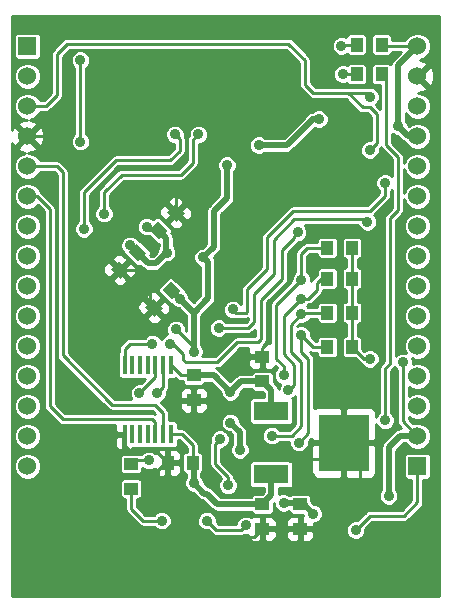
<source format=gbl>
G04 (created by PCBNEW (2013-07-07 BZR 4022)-stable) date 2015/10/29 19:57:24*
%MOIN*%
G04 Gerber Fmt 3.4, Leading zero omitted, Abs format*
%FSLAX34Y34*%
G01*
G70*
G90*
G04 APERTURE LIST*
%ADD10C,0.00590551*%
%ADD11R,0.11811X0.0629921*%
%ADD12R,0.165X0.19*%
%ADD13R,0.06X0.06*%
%ADD14C,0.06*%
%ADD15R,0.0393701X0.045*%
%ADD16R,0.045X0.0393701*%
%ADD17C,0.177165*%
%ADD18R,0.0165X0.0629921*%
%ADD19C,0.035*%
%ADD20C,0.01*%
%ADD21C,0.02*%
G04 APERTURE END LIST*
G54D10*
G54D11*
X26125Y-27277D03*
X26125Y-25162D03*
G54D12*
X28541Y-26220D03*
G54D13*
X31000Y-27000D03*
G54D14*
X31000Y-26000D03*
X31000Y-25000D03*
X31000Y-24000D03*
X31000Y-23000D03*
X31000Y-22000D03*
X31000Y-21000D03*
X31000Y-20000D03*
X31000Y-19000D03*
X31000Y-18000D03*
X31000Y-17000D03*
X31000Y-16000D03*
X31000Y-15000D03*
X31000Y-14000D03*
X31000Y-13000D03*
G54D13*
X18000Y-13000D03*
G54D14*
X18000Y-14000D03*
X18000Y-15000D03*
X18000Y-16000D03*
X18000Y-17000D03*
X18000Y-18000D03*
X18000Y-19000D03*
X18000Y-20000D03*
X18000Y-21000D03*
X18000Y-22000D03*
X18000Y-23000D03*
X18000Y-24000D03*
X18000Y-25000D03*
X18000Y-26000D03*
X18000Y-27000D03*
G54D15*
X29803Y-13937D03*
X28976Y-13937D03*
X28818Y-20748D03*
X27992Y-20748D03*
X29803Y-12952D03*
X28976Y-12952D03*
X23503Y-26889D03*
X22677Y-26889D03*
G54D16*
X23543Y-23976D03*
X23543Y-24803D03*
X27086Y-28267D03*
X27086Y-29094D03*
G54D15*
X28818Y-19724D03*
X27992Y-19724D03*
X28818Y-21889D03*
X27992Y-21889D03*
X28818Y-23031D03*
X27992Y-23031D03*
G54D16*
X21456Y-27755D03*
X21456Y-26929D03*
G54D10*
G36*
X22778Y-20840D02*
X23096Y-21158D01*
X22817Y-21437D01*
X22499Y-21119D01*
X22778Y-20840D01*
X22778Y-20840D01*
G37*
G36*
X22193Y-21425D02*
X22511Y-21743D01*
X22233Y-22021D01*
X21915Y-21703D01*
X22193Y-21425D01*
X22193Y-21425D01*
G37*
G36*
X22379Y-19434D02*
X22061Y-19116D01*
X22339Y-18838D01*
X22657Y-19156D01*
X22379Y-19434D01*
X22379Y-19434D01*
G37*
G36*
X22963Y-18850D02*
X22645Y-18532D01*
X22924Y-18253D01*
X23242Y-18571D01*
X22963Y-18850D01*
X22963Y-18850D01*
G37*
G36*
X21636Y-19580D02*
X21954Y-19898D01*
X21676Y-20177D01*
X21358Y-19859D01*
X21636Y-19580D01*
X21636Y-19580D01*
G37*
G36*
X21051Y-20165D02*
X21370Y-20483D01*
X21091Y-20762D01*
X20773Y-20443D01*
X21051Y-20165D01*
X21051Y-20165D01*
G37*
G54D16*
X25826Y-24173D03*
X25826Y-23346D03*
X25826Y-28267D03*
X25826Y-29094D03*
G54D17*
X30314Y-29921D03*
X18897Y-29921D03*
G54D18*
X22007Y-25944D03*
X21751Y-25944D03*
X21495Y-25944D03*
X21239Y-25944D03*
X21239Y-23622D03*
X22775Y-25944D03*
X22519Y-25944D03*
X22263Y-25944D03*
X21495Y-23622D03*
X21751Y-23622D03*
X22007Y-23622D03*
X22263Y-23622D03*
X22519Y-23622D03*
X22775Y-23622D03*
G54D19*
X23976Y-28818D03*
X25275Y-28976D03*
X22480Y-28818D03*
X30511Y-23543D03*
X29409Y-23425D03*
X30039Y-27992D03*
X27519Y-28582D03*
X24763Y-24527D03*
X24763Y-25551D03*
X25078Y-26456D03*
X26535Y-28228D03*
X23543Y-27559D03*
X22952Y-22440D03*
X22165Y-22913D03*
X23070Y-21417D03*
X23543Y-23188D03*
X23858Y-20039D03*
X22637Y-19881D03*
X27716Y-15433D03*
X30354Y-15669D03*
X24645Y-16968D03*
X25708Y-16299D03*
X21417Y-19645D03*
X21968Y-19015D03*
X29330Y-18858D03*
X24370Y-22401D03*
X29921Y-17559D03*
X24842Y-21771D03*
X22322Y-24566D03*
X21732Y-24566D03*
X19763Y-13464D03*
X19763Y-16181D03*
X24685Y-27637D03*
X28937Y-29133D03*
X24409Y-26102D03*
X29921Y-25472D03*
X29409Y-14685D03*
X29409Y-16456D03*
X19173Y-24370D03*
X24881Y-28661D03*
X23425Y-28228D03*
X31417Y-31062D03*
X30708Y-31062D03*
X29803Y-31062D03*
X17952Y-30984D03*
X19133Y-30984D03*
X31338Y-12322D03*
X29921Y-12283D03*
X28622Y-12283D03*
X26496Y-12283D03*
X25196Y-12244D03*
X23385Y-12165D03*
X23385Y-13897D03*
X18149Y-12244D03*
X20590Y-12244D03*
X22086Y-12244D03*
X28976Y-31062D03*
X27795Y-31023D03*
X26614Y-31023D03*
X25433Y-30984D03*
X24370Y-30984D03*
X23307Y-30984D03*
X22204Y-30984D03*
X21220Y-30984D03*
X20314Y-30984D03*
X20078Y-27047D03*
X28976Y-24370D03*
X29212Y-21181D03*
X26496Y-26338D03*
X25826Y-26338D03*
X24606Y-26811D03*
X25984Y-15118D03*
X20866Y-15669D03*
X29094Y-27874D03*
X27519Y-16496D03*
X25826Y-17677D03*
X19921Y-19763D03*
X23425Y-25511D03*
X22244Y-27244D03*
X24685Y-23779D03*
X24330Y-24842D03*
X22086Y-20944D03*
X23346Y-18976D03*
X22047Y-26811D03*
X22755Y-22913D03*
X27007Y-19212D03*
X28503Y-13937D03*
X28464Y-12992D03*
X26692Y-24448D03*
X27125Y-21417D03*
X26141Y-25984D03*
X27125Y-21929D03*
X27047Y-26220D03*
X27125Y-22637D03*
X20551Y-18582D03*
X23700Y-15944D03*
X22913Y-15944D03*
X19881Y-19094D03*
X26535Y-23976D03*
X27125Y-20787D03*
G54D20*
X25275Y-28976D02*
X25118Y-29133D01*
X21456Y-28425D02*
X21456Y-27755D01*
X21850Y-28818D02*
X21456Y-28425D01*
X22480Y-28818D02*
X21850Y-28818D01*
X24133Y-28976D02*
X23976Y-28818D01*
X24291Y-29133D02*
X24133Y-28976D01*
X25118Y-29133D02*
X24291Y-29133D01*
X30511Y-23543D02*
X30511Y-25511D01*
X31000Y-26000D02*
X30511Y-25511D01*
X29212Y-23425D02*
X28818Y-23031D01*
X29212Y-23425D02*
X29409Y-23425D01*
X28818Y-21889D02*
X28818Y-23031D01*
X28818Y-20748D02*
X28818Y-21889D01*
X28818Y-19724D02*
X28818Y-20748D01*
X23543Y-23976D02*
X23129Y-23976D01*
X23129Y-23976D02*
X22775Y-23622D01*
G54D21*
X24763Y-24527D02*
X24212Y-23976D01*
X24212Y-23976D02*
X23543Y-23976D01*
X30039Y-27992D02*
X30039Y-26377D01*
X30039Y-26377D02*
X30433Y-25984D01*
X30433Y-25984D02*
X30984Y-25984D01*
X30984Y-25984D02*
X31000Y-26000D01*
X27086Y-28267D02*
X27204Y-28267D01*
X27204Y-28267D02*
X27519Y-28582D01*
X26535Y-28228D02*
X27047Y-28228D01*
X25118Y-24173D02*
X24763Y-24527D01*
X24763Y-25551D02*
X25078Y-25866D01*
X25078Y-25866D02*
X25078Y-26456D01*
X25826Y-24173D02*
X25118Y-24173D01*
X27047Y-28228D02*
X27086Y-28267D01*
X26125Y-25162D02*
X26125Y-24472D01*
X26125Y-24472D02*
X25826Y-24173D01*
X23543Y-27559D02*
X23897Y-27913D01*
X24330Y-28267D02*
X23976Y-27913D01*
X24330Y-28267D02*
X25826Y-28267D01*
X23897Y-27913D02*
X23976Y-27913D01*
X23543Y-26929D02*
X23503Y-26889D01*
X23543Y-27559D02*
X23543Y-26929D01*
G54D20*
X21239Y-23622D02*
X21239Y-23090D01*
X23543Y-23031D02*
X23543Y-23188D01*
X22952Y-22440D02*
X23543Y-23031D01*
X21417Y-22913D02*
X22165Y-22913D01*
X21239Y-23090D02*
X21417Y-22913D01*
X22798Y-21144D02*
X22798Y-21138D01*
X23070Y-21417D02*
X22798Y-21144D01*
G54D21*
X22632Y-19881D02*
X22632Y-19887D01*
X22637Y-19881D02*
X22632Y-19881D01*
X27480Y-15472D02*
X26653Y-16299D01*
X27716Y-15433D02*
X27480Y-15433D01*
X27480Y-15433D02*
X27480Y-15472D01*
X24212Y-19685D02*
X23858Y-20039D01*
X24212Y-18503D02*
X24212Y-19685D01*
X24645Y-18070D02*
X24212Y-18503D01*
X24645Y-16968D02*
X24645Y-18070D01*
X26653Y-16299D02*
X25708Y-16299D01*
X31000Y-16000D02*
X30685Y-16000D01*
X30354Y-13645D02*
X31000Y-13000D01*
X30354Y-15669D02*
X30354Y-13645D01*
X30685Y-16000D02*
X30354Y-15669D01*
G54D20*
X31000Y-13000D02*
X29850Y-13000D01*
X29850Y-13000D02*
X29803Y-12952D01*
X21422Y-19645D02*
X21656Y-19879D01*
X21417Y-19645D02*
X21422Y-19645D01*
X22359Y-19136D02*
X22089Y-19136D01*
X22089Y-19136D02*
X21968Y-19015D01*
G54D21*
X22632Y-19409D02*
X22632Y-19887D01*
X22632Y-19887D02*
X22283Y-20236D01*
X22013Y-20236D02*
X21656Y-19879D01*
X22283Y-20236D02*
X22013Y-20236D01*
X23543Y-21884D02*
X24015Y-21411D01*
X24015Y-21411D02*
X24015Y-20196D01*
X24015Y-20196D02*
X23858Y-20039D01*
X22632Y-19409D02*
X22359Y-19136D01*
X23543Y-23188D02*
X23543Y-21884D01*
X23543Y-21884D02*
X22798Y-21138D01*
G54D20*
X22775Y-25944D02*
X23149Y-25944D01*
X23503Y-26299D02*
X23503Y-26889D01*
X23149Y-25944D02*
X23503Y-26299D01*
G54D21*
X26125Y-27277D02*
X26125Y-27968D01*
X26125Y-27968D02*
X25826Y-28267D01*
G54D20*
X29251Y-18779D02*
X26889Y-18779D01*
X29251Y-18779D02*
X29330Y-18858D01*
X24370Y-22401D02*
X25354Y-22401D01*
X25551Y-22204D02*
X25354Y-22401D01*
X25551Y-21259D02*
X25551Y-22204D01*
X26220Y-20590D02*
X25551Y-21259D01*
X26220Y-19448D02*
X26220Y-20590D01*
X26889Y-18779D02*
X26220Y-19448D01*
X24842Y-21771D02*
X24960Y-21889D01*
X26850Y-18503D02*
X29409Y-18503D01*
X29409Y-18503D02*
X29921Y-17992D01*
X29921Y-17992D02*
X29921Y-17559D01*
X25984Y-19370D02*
X26850Y-18503D01*
X25984Y-20433D02*
X25984Y-19370D01*
X25314Y-21102D02*
X25984Y-20433D01*
X25314Y-21847D02*
X25314Y-21102D01*
X25272Y-21889D02*
X25314Y-21847D01*
X24960Y-21889D02*
X25272Y-21889D01*
X22519Y-23622D02*
X22519Y-24369D01*
X22519Y-24369D02*
X22322Y-24566D01*
X22263Y-23622D02*
X22263Y-24035D01*
X22263Y-24035D02*
X21732Y-24566D01*
X19763Y-16181D02*
X19763Y-13464D01*
X24685Y-27637D02*
X24685Y-27362D01*
X24685Y-27362D02*
X24251Y-26929D01*
X31000Y-27000D02*
X31000Y-28212D01*
X29409Y-28661D02*
X28937Y-29133D01*
X30551Y-28661D02*
X29409Y-28661D01*
X31000Y-28212D02*
X30551Y-28661D01*
X24251Y-26259D02*
X24409Y-26102D01*
X24251Y-26929D02*
X24251Y-26259D01*
X29921Y-23858D02*
X29921Y-23740D01*
X29921Y-25472D02*
X29921Y-23858D01*
X29960Y-14094D02*
X29803Y-13937D01*
X29960Y-16299D02*
X29960Y-14094D01*
X30354Y-16692D02*
X29960Y-16299D01*
X30354Y-18464D02*
X30354Y-16692D01*
X30078Y-18740D02*
X30354Y-18464D01*
X30078Y-23582D02*
X30078Y-18740D01*
X29921Y-23740D02*
X30078Y-23582D01*
X22519Y-25944D02*
X22519Y-25236D01*
X18968Y-17000D02*
X18000Y-17000D01*
X19173Y-17204D02*
X18968Y-17000D01*
X19173Y-23307D02*
X19173Y-17204D01*
X20826Y-24960D02*
X19173Y-23307D01*
X22244Y-24960D02*
X20826Y-24960D01*
X22519Y-25236D02*
X22244Y-24960D01*
X18000Y-18000D02*
X18314Y-18000D01*
X22263Y-25531D02*
X22263Y-25944D01*
X22165Y-25433D02*
X22263Y-25531D01*
X19173Y-25433D02*
X22165Y-25433D01*
X18740Y-25000D02*
X19173Y-25433D01*
X18740Y-18425D02*
X18740Y-25000D01*
X18314Y-18000D02*
X18740Y-18425D01*
X29291Y-14566D02*
X28700Y-14566D01*
X29409Y-14685D02*
X29291Y-14566D01*
X29645Y-15275D02*
X29409Y-15039D01*
X29409Y-15039D02*
X29173Y-15039D01*
X29173Y-15039D02*
X28700Y-14566D01*
X29645Y-16220D02*
X29645Y-15275D01*
X29409Y-16456D02*
X29645Y-16220D01*
X28700Y-14566D02*
X27519Y-14566D01*
X27244Y-14291D02*
X27519Y-14566D01*
X27244Y-13464D02*
X27244Y-14291D01*
X26692Y-12913D02*
X27244Y-13464D01*
X19330Y-12913D02*
X26692Y-12913D01*
X18976Y-13267D02*
X19330Y-12913D01*
X18976Y-14645D02*
X18976Y-13267D01*
X18622Y-15000D02*
X18976Y-14645D01*
X18000Y-15000D02*
X18622Y-15000D01*
X24960Y-28661D02*
X24881Y-28661D01*
X23425Y-28228D02*
X23897Y-28228D01*
X24330Y-28661D02*
X24960Y-28661D01*
X24960Y-28661D02*
X25000Y-28661D01*
X23897Y-28228D02*
X24330Y-28661D01*
X25826Y-29094D02*
X25551Y-29370D01*
X23425Y-28740D02*
X23425Y-28228D01*
X23779Y-29094D02*
X23425Y-28740D01*
X24055Y-29370D02*
X23779Y-29094D01*
X25551Y-29370D02*
X24055Y-29370D01*
X28976Y-31062D02*
X29803Y-31062D01*
X30708Y-31062D02*
X31417Y-31062D01*
X20314Y-30984D02*
X19133Y-30984D01*
X17952Y-30590D02*
X17795Y-30433D01*
X17952Y-30984D02*
X17952Y-30590D01*
X28622Y-12283D02*
X29921Y-12283D01*
X26456Y-12244D02*
X26496Y-12283D01*
X25196Y-12244D02*
X26456Y-12244D01*
X23385Y-12165D02*
X23307Y-12244D01*
X20590Y-12244D02*
X18149Y-12244D01*
X23307Y-12244D02*
X22086Y-12244D01*
X18897Y-29921D02*
X19960Y-30984D01*
X28937Y-31023D02*
X28976Y-31062D01*
X27795Y-31023D02*
X28937Y-31023D01*
X26574Y-30984D02*
X26614Y-31023D01*
X25433Y-30984D02*
X26574Y-30984D01*
X23307Y-30984D02*
X24370Y-30984D01*
X21220Y-30984D02*
X22204Y-30984D01*
X19960Y-30984D02*
X20314Y-30984D01*
X20669Y-26456D02*
X21377Y-26456D01*
X20078Y-27047D02*
X20669Y-26456D01*
X28110Y-29094D02*
X28937Y-29921D01*
X28937Y-29921D02*
X30314Y-29921D01*
X28110Y-29094D02*
X29094Y-28110D01*
X27086Y-29094D02*
X28110Y-29094D01*
X29094Y-28110D02*
X29094Y-27874D01*
X28976Y-25785D02*
X28541Y-26220D01*
X29212Y-21181D02*
X29763Y-21732D01*
X29763Y-23582D02*
X28976Y-24370D01*
X29763Y-21732D02*
X29763Y-23582D01*
X26771Y-19921D02*
X27519Y-19173D01*
X26771Y-20787D02*
X26771Y-19921D01*
X25826Y-23346D02*
X25826Y-23070D01*
X26062Y-21496D02*
X26771Y-20787D01*
X26062Y-22834D02*
X26062Y-21496D01*
X25826Y-23070D02*
X26062Y-22834D01*
X29409Y-20984D02*
X29212Y-21181D01*
X29409Y-19370D02*
X29409Y-20984D01*
X29212Y-19173D02*
X29409Y-19370D01*
X27519Y-19173D02*
X29212Y-19173D01*
X28541Y-26220D02*
X27990Y-26771D01*
X27990Y-26771D02*
X26889Y-26771D01*
X26889Y-26771D02*
X26889Y-26732D01*
X26889Y-26732D02*
X26496Y-26338D01*
X24330Y-24842D02*
X24488Y-25000D01*
X24488Y-25000D02*
X24881Y-25000D01*
X24881Y-25000D02*
X25196Y-25314D01*
X25196Y-25314D02*
X25196Y-25511D01*
X25196Y-25511D02*
X25826Y-26141D01*
X25826Y-26141D02*
X25826Y-26338D01*
X25826Y-26338D02*
X25354Y-26811D01*
X25354Y-26811D02*
X24606Y-26811D01*
X20866Y-15669D02*
X20866Y-14685D01*
X25984Y-14448D02*
X25984Y-15118D01*
X25433Y-13897D02*
X25984Y-14448D01*
X21653Y-13897D02*
X23385Y-13897D01*
X23385Y-13897D02*
X25433Y-13897D01*
X20866Y-14685D02*
X21653Y-13897D01*
X19763Y-16771D02*
X19527Y-16771D01*
X20866Y-15669D02*
X19763Y-16771D01*
X28541Y-26220D02*
X29094Y-26773D01*
X29094Y-26773D02*
X29094Y-27874D01*
X27086Y-29094D02*
X25826Y-29094D01*
X25236Y-16692D02*
X27322Y-16692D01*
X27322Y-16692D02*
X27519Y-16496D01*
X22944Y-18079D02*
X22944Y-18552D01*
X24645Y-16377D02*
X22944Y-18079D01*
X24921Y-16377D02*
X24645Y-16377D01*
X25236Y-16692D02*
X24921Y-16377D01*
X25236Y-17086D02*
X25236Y-16692D01*
X25826Y-17677D02*
X25236Y-17086D01*
X18000Y-16000D02*
X18755Y-16000D01*
X18755Y-16000D02*
X19527Y-16771D01*
X19527Y-16771D02*
X19527Y-19370D01*
X19527Y-19370D02*
X19921Y-19763D01*
X21054Y-20463D02*
X21071Y-20463D01*
X19921Y-19763D02*
X20354Y-19763D01*
X20354Y-19763D02*
X21054Y-20463D01*
X22677Y-26889D02*
X22598Y-26889D01*
X23543Y-25393D02*
X23543Y-24803D01*
X23425Y-25511D02*
X23543Y-25393D01*
X22598Y-26889D02*
X22244Y-27244D01*
X21239Y-25944D02*
X21239Y-26318D01*
X22244Y-26456D02*
X22677Y-26889D01*
X21377Y-26456D02*
X22244Y-26456D01*
X21239Y-26318D02*
X21377Y-26456D01*
X25826Y-23346D02*
X25118Y-23346D01*
X25118Y-23346D02*
X24685Y-23779D01*
X24330Y-24842D02*
X24291Y-24803D01*
X24291Y-24803D02*
X23543Y-24803D01*
X22086Y-20944D02*
X22086Y-21596D01*
X22086Y-21596D02*
X22213Y-21723D01*
X21605Y-20463D02*
X21071Y-20463D01*
X22086Y-20944D02*
X21605Y-20463D01*
X22944Y-18573D02*
X22944Y-18552D01*
X23346Y-18976D02*
X22944Y-18573D01*
X21574Y-26811D02*
X21456Y-26929D01*
X22047Y-26811D02*
X21574Y-26811D01*
X26889Y-19409D02*
X26889Y-19330D01*
X23267Y-23543D02*
X24330Y-23543D01*
X24330Y-23543D02*
X25000Y-22874D01*
X25000Y-22874D02*
X25669Y-22874D01*
X25669Y-22874D02*
X25787Y-22755D01*
X25787Y-22755D02*
X25787Y-21456D01*
X25787Y-21456D02*
X26496Y-20748D01*
X26496Y-20748D02*
X26496Y-19803D01*
X26496Y-19803D02*
X26889Y-19409D01*
X23188Y-23267D02*
X23188Y-23464D01*
X22834Y-22913D02*
X23188Y-23267D01*
X22755Y-22913D02*
X22834Y-22913D01*
X23188Y-23464D02*
X23267Y-23543D01*
X26889Y-19330D02*
X27007Y-19212D01*
X28976Y-13937D02*
X28503Y-13937D01*
X28976Y-12952D02*
X28503Y-12952D01*
X28503Y-12952D02*
X28464Y-12992D01*
X26889Y-24291D02*
X26732Y-24448D01*
X26535Y-22007D02*
X26535Y-23267D01*
X26535Y-23267D02*
X26889Y-23622D01*
X26889Y-23622D02*
X26889Y-24291D01*
X27125Y-21417D02*
X26535Y-22007D01*
X26732Y-24448D02*
X26692Y-24448D01*
X27795Y-20748D02*
X27992Y-20748D01*
X27637Y-20905D02*
X27795Y-20748D01*
X27637Y-21141D02*
X27637Y-20905D01*
X27362Y-21417D02*
X27637Y-21141D01*
X27125Y-21417D02*
X27362Y-21417D01*
X26771Y-22283D02*
X26771Y-23188D01*
X26771Y-23188D02*
X27125Y-23543D01*
X27125Y-23543D02*
X27125Y-25669D01*
X26771Y-22283D02*
X27125Y-21929D01*
X26811Y-25984D02*
X27125Y-25669D01*
X26141Y-25984D02*
X26811Y-25984D01*
X27165Y-21889D02*
X27992Y-21889D01*
X27125Y-21929D02*
X27165Y-21889D01*
X27362Y-25905D02*
X27047Y-26220D01*
X27125Y-23188D02*
X27125Y-22637D01*
X27125Y-23188D02*
X27362Y-23425D01*
X27362Y-25905D02*
X27362Y-23425D01*
X27125Y-22637D02*
X27519Y-23031D01*
X27519Y-23031D02*
X27992Y-23031D01*
X20551Y-17874D02*
X20590Y-17834D01*
X20551Y-18582D02*
X20551Y-17874D01*
X21141Y-17283D02*
X23110Y-17283D01*
X20590Y-17834D02*
X21141Y-17283D01*
X23503Y-16141D02*
X23700Y-15944D01*
X23503Y-16889D02*
X23503Y-16141D01*
X23110Y-17283D02*
X23503Y-16889D01*
X22755Y-16811D02*
X23070Y-16496D01*
X23070Y-16496D02*
X23070Y-16102D01*
X23070Y-16102D02*
X22913Y-15944D01*
X19960Y-17795D02*
X20944Y-16811D01*
X20944Y-16811D02*
X22755Y-16811D01*
X19881Y-17874D02*
X19960Y-17795D01*
X19881Y-19094D02*
X19881Y-17874D01*
X27125Y-20787D02*
X26299Y-21614D01*
X26535Y-23661D02*
X26535Y-23976D01*
X26299Y-23425D02*
X26535Y-23661D01*
X26299Y-21614D02*
X26299Y-23425D01*
X27322Y-19724D02*
X27992Y-19724D01*
X27125Y-19921D02*
X27322Y-19724D01*
X27125Y-20787D02*
X27125Y-19921D01*
G54D10*
G36*
X26412Y-24277D02*
X26367Y-24383D01*
X26367Y-24431D01*
X26356Y-24376D01*
X26356Y-24376D01*
X26302Y-24295D01*
X26201Y-24194D01*
X26201Y-23946D01*
X26179Y-23891D01*
X26136Y-23849D01*
X26081Y-23826D01*
X26022Y-23826D01*
X25776Y-23826D01*
X25776Y-23730D01*
X25776Y-23396D01*
X25414Y-23396D01*
X25351Y-23458D01*
X25351Y-23592D01*
X25389Y-23684D01*
X25459Y-23755D01*
X25551Y-23793D01*
X25651Y-23793D01*
X25714Y-23793D01*
X25776Y-23730D01*
X25776Y-23826D01*
X25572Y-23826D01*
X25516Y-23849D01*
X25474Y-23891D01*
X25461Y-23923D01*
X25118Y-23923D01*
X25022Y-23942D01*
X24941Y-23996D01*
X24763Y-24174D01*
X24389Y-23799D01*
X24308Y-23745D01*
X24297Y-23743D01*
X24330Y-23743D01*
X24407Y-23728D01*
X24472Y-23684D01*
X25082Y-23074D01*
X25362Y-23074D01*
X25351Y-23100D01*
X25351Y-23233D01*
X25414Y-23296D01*
X25776Y-23296D01*
X25776Y-23288D01*
X25876Y-23288D01*
X25876Y-23296D01*
X25884Y-23296D01*
X25884Y-23396D01*
X25876Y-23396D01*
X25876Y-23730D01*
X25939Y-23793D01*
X26002Y-23793D01*
X26101Y-23793D01*
X26193Y-23755D01*
X26263Y-23684D01*
X26267Y-23676D01*
X26321Y-23730D01*
X26260Y-23792D01*
X26210Y-23911D01*
X26210Y-24040D01*
X26259Y-24160D01*
X26351Y-24251D01*
X26412Y-24277D01*
X26412Y-24277D01*
G37*
G54D20*
X26412Y-24277D02*
X26367Y-24383D01*
X26367Y-24431D01*
X26356Y-24376D01*
X26356Y-24376D01*
X26302Y-24295D01*
X26201Y-24194D01*
X26201Y-23946D01*
X26179Y-23891D01*
X26136Y-23849D01*
X26081Y-23826D01*
X26022Y-23826D01*
X25776Y-23826D01*
X25776Y-23730D01*
X25776Y-23396D01*
X25414Y-23396D01*
X25351Y-23458D01*
X25351Y-23592D01*
X25389Y-23684D01*
X25459Y-23755D01*
X25551Y-23793D01*
X25651Y-23793D01*
X25714Y-23793D01*
X25776Y-23730D01*
X25776Y-23826D01*
X25572Y-23826D01*
X25516Y-23849D01*
X25474Y-23891D01*
X25461Y-23923D01*
X25118Y-23923D01*
X25022Y-23942D01*
X24941Y-23996D01*
X24763Y-24174D01*
X24389Y-23799D01*
X24308Y-23745D01*
X24297Y-23743D01*
X24330Y-23743D01*
X24407Y-23728D01*
X24472Y-23684D01*
X25082Y-23074D01*
X25362Y-23074D01*
X25351Y-23100D01*
X25351Y-23233D01*
X25414Y-23296D01*
X25776Y-23296D01*
X25776Y-23288D01*
X25876Y-23288D01*
X25876Y-23296D01*
X25884Y-23296D01*
X25884Y-23396D01*
X25876Y-23396D01*
X25876Y-23730D01*
X25939Y-23793D01*
X26002Y-23793D01*
X26101Y-23793D01*
X26193Y-23755D01*
X26263Y-23684D01*
X26267Y-23676D01*
X26321Y-23730D01*
X26260Y-23792D01*
X26210Y-23911D01*
X26210Y-24040D01*
X26259Y-24160D01*
X26351Y-24251D01*
X26412Y-24277D01*
G54D10*
G36*
X31720Y-31326D02*
X31554Y-31326D01*
X31554Y-14081D01*
X31543Y-13863D01*
X31481Y-13712D01*
X31385Y-13684D01*
X31070Y-14000D01*
X31385Y-14315D01*
X31481Y-14287D01*
X31554Y-14081D01*
X31554Y-31326D01*
X31450Y-31326D01*
X31450Y-25910D01*
X31381Y-25745D01*
X31255Y-25618D01*
X31089Y-25550D01*
X30910Y-25549D01*
X30855Y-25572D01*
X30711Y-25428D01*
X30711Y-25348D01*
X30744Y-25381D01*
X30910Y-25449D01*
X31089Y-25450D01*
X31254Y-25381D01*
X31381Y-25255D01*
X31449Y-25089D01*
X31450Y-24910D01*
X31381Y-24745D01*
X31255Y-24618D01*
X31089Y-24550D01*
X30910Y-24549D01*
X30745Y-24618D01*
X30711Y-24651D01*
X30711Y-24348D01*
X30744Y-24381D01*
X30910Y-24449D01*
X31089Y-24450D01*
X31254Y-24381D01*
X31381Y-24255D01*
X31449Y-24089D01*
X31450Y-23910D01*
X31381Y-23745D01*
X31255Y-23618D01*
X31089Y-23550D01*
X30910Y-23549D01*
X30836Y-23580D01*
X30836Y-23478D01*
X30807Y-23407D01*
X30910Y-23449D01*
X31089Y-23450D01*
X31254Y-23381D01*
X31381Y-23255D01*
X31449Y-23089D01*
X31450Y-22910D01*
X31450Y-21910D01*
X31450Y-20910D01*
X31450Y-19910D01*
X31450Y-18910D01*
X31381Y-18745D01*
X31255Y-18618D01*
X31089Y-18550D01*
X30910Y-18549D01*
X30745Y-18618D01*
X30618Y-18744D01*
X30550Y-18910D01*
X30549Y-19089D01*
X30618Y-19254D01*
X30744Y-19381D01*
X30910Y-19449D01*
X31089Y-19450D01*
X31254Y-19381D01*
X31381Y-19255D01*
X31449Y-19089D01*
X31450Y-18910D01*
X31450Y-19910D01*
X31381Y-19745D01*
X31255Y-19618D01*
X31089Y-19550D01*
X30910Y-19549D01*
X30745Y-19618D01*
X30618Y-19744D01*
X30550Y-19910D01*
X30549Y-20089D01*
X30618Y-20254D01*
X30744Y-20381D01*
X30910Y-20449D01*
X31089Y-20450D01*
X31254Y-20381D01*
X31381Y-20255D01*
X31449Y-20089D01*
X31450Y-19910D01*
X31450Y-20910D01*
X31381Y-20745D01*
X31255Y-20618D01*
X31089Y-20550D01*
X30910Y-20549D01*
X30745Y-20618D01*
X30618Y-20744D01*
X30550Y-20910D01*
X30549Y-21089D01*
X30618Y-21254D01*
X30744Y-21381D01*
X30910Y-21449D01*
X31089Y-21450D01*
X31254Y-21381D01*
X31381Y-21255D01*
X31449Y-21089D01*
X31450Y-20910D01*
X31450Y-21910D01*
X31381Y-21745D01*
X31255Y-21618D01*
X31089Y-21550D01*
X30910Y-21549D01*
X30745Y-21618D01*
X30618Y-21744D01*
X30550Y-21910D01*
X30549Y-22089D01*
X30618Y-22254D01*
X30744Y-22381D01*
X30910Y-22449D01*
X31089Y-22450D01*
X31254Y-22381D01*
X31381Y-22255D01*
X31449Y-22089D01*
X31450Y-21910D01*
X31450Y-22910D01*
X31381Y-22745D01*
X31255Y-22618D01*
X31089Y-22550D01*
X30910Y-22549D01*
X30745Y-22618D01*
X30618Y-22744D01*
X30550Y-22910D01*
X30549Y-23089D01*
X30608Y-23231D01*
X30576Y-23218D01*
X30447Y-23218D01*
X30327Y-23267D01*
X30278Y-23316D01*
X30278Y-18823D01*
X30495Y-18605D01*
X30495Y-18605D01*
X30524Y-18562D01*
X30539Y-18541D01*
X30539Y-18541D01*
X30554Y-18464D01*
X30554Y-18464D01*
X30554Y-18099D01*
X30618Y-18254D01*
X30744Y-18381D01*
X30910Y-18449D01*
X31089Y-18450D01*
X31254Y-18381D01*
X31381Y-18255D01*
X31449Y-18089D01*
X31450Y-17910D01*
X31381Y-17745D01*
X31255Y-17618D01*
X31089Y-17550D01*
X30910Y-17549D01*
X30745Y-17618D01*
X30618Y-17744D01*
X30554Y-17899D01*
X30554Y-17099D01*
X30618Y-17254D01*
X30744Y-17381D01*
X30910Y-17449D01*
X31089Y-17450D01*
X31254Y-17381D01*
X31381Y-17255D01*
X31449Y-17089D01*
X31450Y-16910D01*
X31381Y-16745D01*
X31255Y-16618D01*
X31089Y-16550D01*
X30910Y-16549D01*
X30745Y-16618D01*
X30618Y-16744D01*
X30554Y-16899D01*
X30554Y-16692D01*
X30539Y-16616D01*
X30539Y-16616D01*
X30524Y-16594D01*
X30495Y-16551D01*
X30495Y-16551D01*
X30160Y-16216D01*
X30160Y-15935D01*
X30169Y-15944D01*
X30289Y-15994D01*
X30325Y-15994D01*
X30508Y-16176D01*
X30589Y-16230D01*
X30589Y-16230D01*
X30610Y-16235D01*
X30618Y-16254D01*
X30744Y-16381D01*
X30910Y-16449D01*
X31089Y-16450D01*
X31254Y-16381D01*
X31381Y-16255D01*
X31449Y-16089D01*
X31450Y-15910D01*
X31381Y-15745D01*
X31255Y-15618D01*
X31089Y-15550D01*
X30910Y-15549D01*
X30745Y-15618D01*
X30701Y-15662D01*
X30679Y-15640D01*
X30679Y-15604D01*
X30630Y-15485D01*
X30604Y-15459D01*
X30604Y-15220D01*
X30618Y-15254D01*
X30744Y-15381D01*
X30910Y-15449D01*
X31089Y-15450D01*
X31254Y-15381D01*
X31381Y-15255D01*
X31449Y-15089D01*
X31450Y-14910D01*
X31381Y-14745D01*
X31255Y-14618D01*
X31089Y-14550D01*
X31013Y-14550D01*
X31136Y-14543D01*
X31287Y-14481D01*
X31315Y-14385D01*
X31000Y-14070D01*
X30994Y-14076D01*
X30923Y-14005D01*
X30929Y-14000D01*
X30923Y-13994D01*
X30994Y-13923D01*
X31000Y-13929D01*
X31315Y-13614D01*
X31287Y-13518D01*
X31092Y-13448D01*
X31254Y-13381D01*
X31381Y-13255D01*
X31449Y-13089D01*
X31450Y-12910D01*
X31381Y-12745D01*
X31255Y-12618D01*
X31089Y-12550D01*
X30910Y-12549D01*
X30745Y-12618D01*
X30618Y-12744D01*
X30595Y-12800D01*
X30150Y-12800D01*
X30150Y-12698D01*
X30127Y-12642D01*
X30085Y-12600D01*
X30029Y-12577D01*
X29970Y-12577D01*
X29576Y-12577D01*
X29521Y-12600D01*
X29479Y-12642D01*
X29456Y-12697D01*
X29456Y-12757D01*
X29456Y-13207D01*
X29479Y-13262D01*
X29521Y-13304D01*
X29576Y-13327D01*
X29636Y-13327D01*
X30029Y-13327D01*
X30084Y-13304D01*
X30127Y-13262D01*
X30149Y-13207D01*
X30149Y-13200D01*
X30446Y-13200D01*
X30177Y-13468D01*
X30123Y-13549D01*
X30111Y-13611D01*
X30085Y-13584D01*
X30029Y-13562D01*
X29970Y-13561D01*
X29576Y-13561D01*
X29521Y-13584D01*
X29479Y-13626D01*
X29456Y-13682D01*
X29456Y-13741D01*
X29456Y-14191D01*
X29479Y-14246D01*
X29521Y-14289D01*
X29576Y-14311D01*
X29636Y-14312D01*
X29760Y-14312D01*
X29760Y-15107D01*
X29603Y-14950D01*
X29684Y-14869D01*
X29734Y-14749D01*
X29734Y-14620D01*
X29685Y-14501D01*
X29593Y-14409D01*
X29474Y-14360D01*
X29345Y-14359D01*
X29323Y-14369D01*
X29323Y-14132D01*
X29323Y-13682D01*
X29323Y-13148D01*
X29323Y-12698D01*
X29300Y-12642D01*
X29258Y-12600D01*
X29203Y-12577D01*
X29143Y-12577D01*
X28749Y-12577D01*
X28694Y-12600D01*
X28652Y-12642D01*
X28629Y-12697D01*
X28629Y-12708D01*
X28529Y-12667D01*
X28400Y-12667D01*
X28280Y-12716D01*
X28189Y-12807D01*
X28139Y-12927D01*
X28139Y-13056D01*
X28188Y-13175D01*
X28280Y-13267D01*
X28399Y-13317D01*
X28528Y-13317D01*
X28648Y-13267D01*
X28652Y-13263D01*
X28694Y-13304D01*
X28749Y-13327D01*
X28809Y-13327D01*
X29202Y-13327D01*
X29258Y-13304D01*
X29300Y-13262D01*
X29323Y-13207D01*
X29323Y-13148D01*
X29323Y-13682D01*
X29300Y-13627D01*
X29258Y-13584D01*
X29203Y-13562D01*
X29143Y-13561D01*
X28749Y-13561D01*
X28694Y-13584D01*
X28652Y-13626D01*
X28645Y-13643D01*
X28568Y-13612D01*
X28439Y-13611D01*
X28320Y-13661D01*
X28228Y-13752D01*
X28178Y-13872D01*
X28178Y-14001D01*
X28228Y-14120D01*
X28319Y-14212D01*
X28439Y-14261D01*
X28568Y-14262D01*
X28645Y-14230D01*
X28652Y-14246D01*
X28694Y-14289D01*
X28749Y-14311D01*
X28809Y-14312D01*
X29202Y-14312D01*
X29258Y-14289D01*
X29300Y-14247D01*
X29323Y-14191D01*
X29323Y-14132D01*
X29323Y-14369D01*
X29316Y-14371D01*
X29291Y-14366D01*
X28700Y-14366D01*
X27602Y-14366D01*
X27444Y-14208D01*
X27444Y-13464D01*
X27444Y-13464D01*
X27428Y-13388D01*
X27428Y-13388D01*
X27414Y-13366D01*
X27385Y-13323D01*
X27385Y-13323D01*
X26834Y-12771D01*
X26769Y-12728D01*
X26692Y-12713D01*
X19330Y-12713D01*
X19254Y-12728D01*
X19189Y-12771D01*
X18834Y-13126D01*
X18791Y-13191D01*
X18776Y-13267D01*
X18776Y-14562D01*
X18539Y-14800D01*
X18450Y-14800D01*
X18450Y-13910D01*
X18450Y-13910D01*
X18450Y-13270D01*
X18450Y-12670D01*
X18427Y-12615D01*
X18385Y-12572D01*
X18329Y-12550D01*
X18270Y-12549D01*
X17670Y-12549D01*
X17615Y-12572D01*
X17572Y-12614D01*
X17550Y-12670D01*
X17549Y-12729D01*
X17549Y-13329D01*
X17572Y-13384D01*
X17614Y-13427D01*
X17670Y-13449D01*
X17729Y-13450D01*
X18329Y-13450D01*
X18384Y-13427D01*
X18427Y-13385D01*
X18449Y-13329D01*
X18450Y-13270D01*
X18450Y-13910D01*
X18381Y-13745D01*
X18255Y-13618D01*
X18089Y-13550D01*
X17910Y-13549D01*
X17745Y-13618D01*
X17618Y-13744D01*
X17550Y-13910D01*
X17549Y-14089D01*
X17618Y-14254D01*
X17744Y-14381D01*
X17910Y-14449D01*
X18089Y-14450D01*
X18254Y-14381D01*
X18381Y-14255D01*
X18449Y-14089D01*
X18450Y-13910D01*
X18450Y-14800D01*
X18404Y-14800D01*
X18381Y-14745D01*
X18255Y-14618D01*
X18089Y-14550D01*
X17910Y-14549D01*
X17745Y-14618D01*
X17618Y-14744D01*
X17550Y-14910D01*
X17549Y-15089D01*
X17618Y-15254D01*
X17744Y-15381D01*
X17910Y-15449D01*
X17986Y-15449D01*
X17863Y-15456D01*
X17712Y-15518D01*
X17684Y-15614D01*
X18000Y-15929D01*
X18315Y-15614D01*
X18287Y-15518D01*
X18092Y-15448D01*
X18254Y-15381D01*
X18381Y-15255D01*
X18404Y-15200D01*
X18622Y-15200D01*
X18698Y-15184D01*
X18763Y-15141D01*
X19117Y-14787D01*
X19161Y-14722D01*
X19161Y-14722D01*
X19176Y-14645D01*
X19176Y-13350D01*
X19413Y-13113D01*
X26610Y-13113D01*
X27044Y-13547D01*
X27044Y-14291D01*
X27059Y-14367D01*
X27102Y-14432D01*
X27378Y-14708D01*
X27378Y-14708D01*
X27421Y-14737D01*
X27443Y-14751D01*
X27443Y-14751D01*
X27519Y-14766D01*
X28617Y-14766D01*
X29031Y-15180D01*
X29096Y-15224D01*
X29096Y-15224D01*
X29109Y-15226D01*
X29173Y-15239D01*
X29326Y-15239D01*
X29445Y-15358D01*
X29445Y-16131D01*
X29345Y-16131D01*
X29225Y-16181D01*
X29134Y-16272D01*
X29084Y-16391D01*
X29084Y-16521D01*
X29133Y-16640D01*
X29225Y-16732D01*
X29344Y-16781D01*
X29473Y-16781D01*
X29593Y-16732D01*
X29684Y-16641D01*
X29734Y-16521D01*
X29734Y-16414D01*
X29775Y-16373D01*
X29775Y-16375D01*
X29819Y-16440D01*
X30154Y-16775D01*
X30154Y-17332D01*
X30105Y-17283D01*
X29986Y-17234D01*
X29856Y-17233D01*
X29737Y-17283D01*
X29645Y-17374D01*
X29596Y-17494D01*
X29596Y-17623D01*
X29645Y-17742D01*
X29721Y-17818D01*
X29721Y-17909D01*
X29326Y-18303D01*
X28041Y-18303D01*
X28041Y-15368D01*
X27992Y-15249D01*
X27900Y-15157D01*
X27781Y-15108D01*
X27652Y-15108D01*
X27532Y-15157D01*
X27506Y-15183D01*
X27480Y-15183D01*
X27384Y-15202D01*
X27303Y-15256D01*
X27249Y-15337D01*
X27246Y-15352D01*
X26549Y-16049D01*
X25918Y-16049D01*
X25892Y-16023D01*
X25773Y-15974D01*
X25644Y-15974D01*
X25524Y-16023D01*
X25433Y-16114D01*
X25383Y-16234D01*
X25383Y-16363D01*
X25432Y-16483D01*
X25524Y-16574D01*
X25643Y-16624D01*
X25773Y-16624D01*
X25892Y-16574D01*
X25918Y-16549D01*
X26653Y-16549D01*
X26749Y-16530D01*
X26830Y-16475D01*
X27578Y-15727D01*
X27651Y-15758D01*
X27780Y-15758D01*
X27900Y-15708D01*
X27991Y-15617D01*
X28041Y-15498D01*
X28041Y-15368D01*
X28041Y-18303D01*
X26850Y-18303D01*
X26773Y-18319D01*
X26752Y-18333D01*
X26708Y-18362D01*
X25842Y-19228D01*
X25799Y-19293D01*
X25784Y-19370D01*
X25784Y-20350D01*
X25173Y-20960D01*
X25130Y-21025D01*
X25114Y-21102D01*
X25114Y-21584D01*
X25026Y-21496D01*
X24907Y-21446D01*
X24778Y-21446D01*
X24658Y-21495D01*
X24567Y-21587D01*
X24517Y-21706D01*
X24517Y-21836D01*
X24566Y-21955D01*
X24658Y-22047D01*
X24777Y-22096D01*
X24906Y-22096D01*
X24935Y-22084D01*
X24960Y-22089D01*
X25272Y-22089D01*
X25348Y-22074D01*
X25351Y-22073D01*
X25351Y-22121D01*
X25271Y-22201D01*
X24629Y-22201D01*
X24554Y-22126D01*
X24435Y-22076D01*
X24305Y-22076D01*
X24186Y-22125D01*
X24094Y-22217D01*
X24045Y-22336D01*
X24045Y-22465D01*
X24094Y-22585D01*
X24185Y-22676D01*
X24305Y-22726D01*
X24434Y-22726D01*
X24553Y-22677D01*
X24629Y-22601D01*
X25354Y-22601D01*
X25430Y-22586D01*
X25495Y-22542D01*
X25587Y-22451D01*
X25587Y-22673D01*
X25586Y-22674D01*
X25000Y-22674D01*
X24923Y-22689D01*
X24858Y-22732D01*
X24247Y-23343D01*
X23831Y-23343D01*
X23868Y-23253D01*
X23868Y-23124D01*
X23818Y-23005D01*
X23793Y-22979D01*
X23793Y-21987D01*
X24192Y-21588D01*
X24246Y-21507D01*
X24246Y-21507D01*
X24265Y-21411D01*
X24265Y-20196D01*
X24246Y-20101D01*
X24246Y-20101D01*
X24207Y-20043D01*
X24389Y-19861D01*
X24443Y-19780D01*
X24462Y-19685D01*
X24462Y-18607D01*
X24822Y-18247D01*
X24822Y-18247D01*
X24822Y-18247D01*
X24876Y-18166D01*
X24876Y-18166D01*
X24891Y-18089D01*
X24895Y-18070D01*
X24895Y-18070D01*
X24895Y-18070D01*
X24895Y-17178D01*
X24921Y-17152D01*
X24970Y-17033D01*
X24970Y-16904D01*
X24921Y-16784D01*
X24830Y-16693D01*
X24710Y-16643D01*
X24581Y-16643D01*
X24461Y-16692D01*
X24370Y-16784D01*
X24320Y-16903D01*
X24320Y-17032D01*
X24369Y-17152D01*
X24395Y-17178D01*
X24395Y-17967D01*
X24035Y-18327D01*
X24025Y-18342D01*
X24025Y-15880D01*
X23976Y-15761D01*
X23885Y-15669D01*
X23765Y-15619D01*
X23636Y-15619D01*
X23516Y-15669D01*
X23425Y-15760D01*
X23375Y-15879D01*
X23375Y-15987D01*
X23362Y-16000D01*
X23319Y-16065D01*
X23303Y-16141D01*
X23303Y-16806D01*
X23270Y-16839D01*
X23270Y-16496D01*
X23270Y-16102D01*
X23258Y-16038D01*
X23255Y-16025D01*
X23255Y-16025D01*
X23238Y-15999D01*
X23238Y-15880D01*
X23189Y-15761D01*
X23097Y-15669D01*
X22978Y-15619D01*
X22849Y-15619D01*
X22729Y-15669D01*
X22638Y-15760D01*
X22588Y-15879D01*
X22588Y-16009D01*
X22637Y-16128D01*
X22729Y-16220D01*
X22848Y-16269D01*
X22870Y-16269D01*
X22870Y-16413D01*
X22673Y-16611D01*
X20944Y-16611D01*
X20868Y-16626D01*
X20846Y-16640D01*
X20803Y-16669D01*
X20088Y-17384D01*
X20088Y-16116D01*
X20039Y-15997D01*
X19963Y-15921D01*
X19963Y-13724D01*
X20039Y-13648D01*
X20088Y-13529D01*
X20088Y-13400D01*
X20039Y-13280D01*
X19948Y-13189D01*
X19828Y-13139D01*
X19699Y-13139D01*
X19579Y-13188D01*
X19488Y-13280D01*
X19438Y-13399D01*
X19438Y-13528D01*
X19488Y-13648D01*
X19563Y-13724D01*
X19563Y-15921D01*
X19488Y-15996D01*
X19438Y-16116D01*
X19438Y-16245D01*
X19488Y-16364D01*
X19579Y-16456D01*
X19698Y-16506D01*
X19828Y-16506D01*
X19947Y-16456D01*
X20039Y-16365D01*
X20088Y-16246D01*
X20088Y-16116D01*
X20088Y-17384D01*
X19819Y-17653D01*
X19819Y-17653D01*
X19740Y-17732D01*
X19697Y-17797D01*
X19681Y-17874D01*
X19681Y-18834D01*
X19606Y-18910D01*
X19556Y-19029D01*
X19556Y-19158D01*
X19606Y-19278D01*
X19697Y-19369D01*
X19816Y-19419D01*
X19946Y-19419D01*
X20065Y-19370D01*
X20157Y-19278D01*
X20206Y-19159D01*
X20206Y-19030D01*
X20157Y-18910D01*
X20081Y-18834D01*
X20081Y-17956D01*
X20102Y-17936D01*
X20102Y-17936D01*
X20102Y-17936D01*
X21027Y-17011D01*
X22755Y-17011D01*
X22832Y-16995D01*
X22897Y-16952D01*
X23212Y-16637D01*
X23212Y-16637D01*
X23241Y-16594D01*
X23255Y-16572D01*
X23255Y-16572D01*
X23270Y-16496D01*
X23270Y-16496D01*
X23270Y-16839D01*
X23027Y-17083D01*
X21141Y-17083D01*
X21065Y-17098D01*
X21043Y-17113D01*
X21000Y-17142D01*
X20449Y-17693D01*
X20409Y-17732D01*
X20366Y-17797D01*
X20351Y-17874D01*
X20351Y-18323D01*
X20275Y-18398D01*
X20226Y-18517D01*
X20226Y-18647D01*
X20275Y-18766D01*
X20366Y-18858D01*
X20486Y-18907D01*
X20615Y-18907D01*
X20735Y-18858D01*
X20826Y-18767D01*
X20876Y-18647D01*
X20876Y-18518D01*
X20826Y-18398D01*
X20751Y-18323D01*
X20751Y-17956D01*
X21224Y-17483D01*
X23110Y-17483D01*
X23186Y-17468D01*
X23251Y-17424D01*
X23645Y-17031D01*
X23645Y-17031D01*
X23674Y-16987D01*
X23688Y-16966D01*
X23688Y-16966D01*
X23703Y-16889D01*
X23703Y-16889D01*
X23703Y-16269D01*
X23765Y-16269D01*
X23884Y-16220D01*
X23976Y-16129D01*
X24025Y-16009D01*
X24025Y-15880D01*
X24025Y-18342D01*
X23981Y-18408D01*
X23962Y-18503D01*
X23962Y-19581D01*
X23829Y-19714D01*
X23793Y-19714D01*
X23674Y-19763D01*
X23582Y-19855D01*
X23533Y-19974D01*
X23533Y-20103D01*
X23582Y-20223D01*
X23673Y-20314D01*
X23765Y-20352D01*
X23765Y-21308D01*
X23543Y-21530D01*
X23492Y-21479D01*
X23492Y-18522D01*
X23454Y-18430D01*
X23384Y-18360D01*
X23339Y-18315D01*
X23251Y-18315D01*
X23180Y-18386D01*
X23180Y-18244D01*
X23180Y-18156D01*
X23135Y-18111D01*
X23065Y-18041D01*
X22973Y-18003D01*
X22874Y-18003D01*
X22782Y-18041D01*
X22687Y-18136D01*
X22687Y-18225D01*
X22944Y-18481D01*
X23180Y-18244D01*
X23180Y-18386D01*
X23014Y-18552D01*
X23271Y-18808D01*
X23359Y-18808D01*
X23454Y-18713D01*
X23492Y-18621D01*
X23492Y-18522D01*
X23492Y-21479D01*
X23395Y-21383D01*
X23395Y-21352D01*
X23346Y-21233D01*
X23255Y-21141D01*
X23246Y-21138D01*
X23246Y-21129D01*
X23223Y-21073D01*
X23200Y-21050D01*
X23200Y-18967D01*
X23200Y-18879D01*
X22944Y-18622D01*
X22873Y-18693D01*
X22873Y-18552D01*
X22616Y-18295D01*
X22528Y-18295D01*
X22433Y-18390D01*
X22395Y-18482D01*
X22395Y-18581D01*
X22433Y-18673D01*
X22503Y-18743D01*
X22548Y-18788D01*
X22636Y-18788D01*
X22873Y-18552D01*
X22873Y-18693D01*
X22707Y-18859D01*
X22707Y-18947D01*
X22752Y-18992D01*
X22822Y-19062D01*
X22914Y-19100D01*
X23013Y-19100D01*
X23105Y-19062D01*
X23200Y-18967D01*
X23200Y-21050D01*
X23181Y-21031D01*
X22962Y-20813D01*
X22962Y-19817D01*
X22913Y-19698D01*
X22882Y-19666D01*
X22882Y-19409D01*
X22863Y-19313D01*
X22863Y-19313D01*
X22808Y-19232D01*
X22808Y-19232D01*
X22794Y-19218D01*
X22807Y-19186D01*
X22807Y-19126D01*
X22784Y-19071D01*
X22742Y-19029D01*
X22424Y-18711D01*
X22369Y-18688D01*
X22309Y-18688D01*
X22254Y-18711D01*
X22212Y-18753D01*
X22189Y-18776D01*
X22152Y-18740D01*
X22033Y-18690D01*
X21904Y-18690D01*
X21784Y-18740D01*
X21693Y-18831D01*
X21643Y-18950D01*
X21643Y-19080D01*
X21692Y-19199D01*
X21784Y-19291D01*
X21903Y-19340D01*
X22032Y-19340D01*
X22058Y-19330D01*
X22063Y-19331D01*
X22063Y-19331D01*
X22294Y-19562D01*
X22349Y-19584D01*
X22382Y-19584D01*
X22382Y-19677D01*
X22362Y-19697D01*
X22312Y-19816D01*
X22312Y-19853D01*
X22179Y-19986D01*
X22117Y-19986D01*
X22091Y-19960D01*
X22104Y-19928D01*
X22104Y-19869D01*
X22081Y-19814D01*
X22039Y-19771D01*
X21721Y-19453D01*
X21666Y-19430D01*
X21662Y-19430D01*
X21601Y-19370D01*
X21482Y-19320D01*
X21352Y-19320D01*
X21233Y-19369D01*
X21141Y-19461D01*
X21092Y-19580D01*
X21092Y-19710D01*
X21141Y-19829D01*
X21213Y-19901D01*
X21230Y-19944D01*
X21272Y-19986D01*
X21591Y-20304D01*
X21646Y-20327D01*
X21705Y-20327D01*
X21737Y-20314D01*
X21836Y-20412D01*
X21917Y-20467D01*
X22013Y-20486D01*
X22283Y-20486D01*
X22379Y-20467D01*
X22460Y-20412D01*
X22666Y-20206D01*
X22702Y-20206D01*
X22821Y-20157D01*
X22913Y-20066D01*
X22962Y-19946D01*
X22962Y-19817D01*
X22962Y-20813D01*
X22863Y-20713D01*
X22808Y-20690D01*
X22748Y-20690D01*
X22693Y-20713D01*
X22651Y-20755D01*
X22372Y-21033D01*
X22349Y-21089D01*
X22349Y-21148D01*
X22372Y-21203D01*
X22414Y-21246D01*
X22732Y-21564D01*
X22788Y-21587D01*
X22789Y-21587D01*
X22795Y-21601D01*
X22886Y-21692D01*
X23005Y-21742D01*
X23047Y-21742D01*
X23293Y-21987D01*
X23293Y-22498D01*
X23277Y-22483D01*
X23277Y-22376D01*
X23228Y-22257D01*
X23137Y-22165D01*
X23017Y-22116D01*
X22888Y-22115D01*
X22768Y-22165D01*
X22761Y-22172D01*
X22761Y-21693D01*
X22723Y-21602D01*
X22653Y-21531D01*
X22608Y-21487D01*
X22520Y-21487D01*
X22449Y-21557D01*
X22449Y-21416D01*
X22449Y-21328D01*
X22405Y-21283D01*
X22334Y-21213D01*
X22243Y-21175D01*
X22143Y-21175D01*
X22051Y-21213D01*
X21957Y-21308D01*
X21957Y-21396D01*
X22213Y-21652D01*
X22449Y-21416D01*
X22449Y-21557D01*
X22284Y-21723D01*
X22540Y-21979D01*
X22628Y-21979D01*
X22723Y-21885D01*
X22761Y-21793D01*
X22761Y-21693D01*
X22761Y-22172D01*
X22677Y-22256D01*
X22627Y-22376D01*
X22627Y-22505D01*
X22666Y-22598D01*
X22572Y-22637D01*
X22480Y-22729D01*
X22469Y-22754D01*
X22469Y-22138D01*
X22469Y-22050D01*
X22213Y-21794D01*
X22142Y-21864D01*
X22142Y-21723D01*
X21886Y-21467D01*
X21798Y-21467D01*
X21703Y-21561D01*
X21665Y-21653D01*
X21665Y-21753D01*
X21703Y-21845D01*
X21773Y-21915D01*
X21817Y-21959D01*
X21906Y-21959D01*
X22142Y-21723D01*
X22142Y-21864D01*
X21977Y-22030D01*
X21977Y-22119D01*
X22021Y-22163D01*
X22091Y-22233D01*
X22183Y-22271D01*
X22283Y-22271D01*
X22375Y-22233D01*
X22469Y-22138D01*
X22469Y-22754D01*
X22460Y-22776D01*
X22441Y-22729D01*
X22349Y-22638D01*
X22230Y-22588D01*
X22100Y-22588D01*
X21981Y-22637D01*
X21905Y-22713D01*
X21620Y-22713D01*
X21620Y-20434D01*
X21582Y-20342D01*
X21511Y-20271D01*
X21467Y-20227D01*
X21378Y-20227D01*
X21308Y-20297D01*
X21308Y-20156D01*
X21308Y-20068D01*
X21263Y-20023D01*
X21193Y-19953D01*
X21101Y-19915D01*
X21001Y-19915D01*
X20910Y-19953D01*
X20815Y-20048D01*
X20815Y-20136D01*
X21071Y-20392D01*
X21308Y-20156D01*
X21308Y-20297D01*
X21142Y-20463D01*
X21398Y-20720D01*
X21487Y-20720D01*
X21581Y-20625D01*
X21619Y-20533D01*
X21620Y-20434D01*
X21620Y-22713D01*
X21417Y-22713D01*
X21353Y-22726D01*
X21340Y-22728D01*
X21328Y-22737D01*
X21328Y-20879D01*
X21328Y-20790D01*
X21071Y-20534D01*
X21001Y-20605D01*
X21001Y-20463D01*
X20744Y-20207D01*
X20656Y-20207D01*
X20561Y-20302D01*
X20523Y-20393D01*
X20523Y-20493D01*
X20561Y-20585D01*
X20631Y-20655D01*
X20676Y-20700D01*
X20764Y-20700D01*
X21001Y-20463D01*
X21001Y-20605D01*
X20835Y-20770D01*
X20835Y-20859D01*
X20879Y-20903D01*
X20950Y-20974D01*
X21042Y-21012D01*
X21141Y-21011D01*
X21233Y-20973D01*
X21328Y-20879D01*
X21328Y-22737D01*
X21275Y-22771D01*
X21098Y-22949D01*
X21055Y-23014D01*
X21039Y-23090D01*
X21039Y-23212D01*
X21030Y-23222D01*
X21007Y-23277D01*
X21007Y-23337D01*
X21007Y-23967D01*
X21030Y-24022D01*
X21072Y-24064D01*
X21127Y-24087D01*
X21187Y-24087D01*
X21352Y-24087D01*
X21367Y-24080D01*
X21383Y-24087D01*
X21443Y-24087D01*
X21608Y-24087D01*
X21623Y-24080D01*
X21639Y-24087D01*
X21699Y-24087D01*
X21864Y-24087D01*
X21879Y-24080D01*
X21895Y-24087D01*
X21928Y-24087D01*
X21774Y-24241D01*
X21667Y-24241D01*
X21548Y-24291D01*
X21456Y-24382D01*
X21407Y-24501D01*
X21407Y-24631D01*
X21456Y-24750D01*
X21466Y-24760D01*
X20909Y-24760D01*
X19373Y-23224D01*
X19373Y-17204D01*
X19358Y-17128D01*
X19314Y-17063D01*
X19109Y-16858D01*
X19045Y-16815D01*
X18968Y-16800D01*
X18554Y-16800D01*
X18554Y-16081D01*
X18543Y-15863D01*
X18481Y-15712D01*
X18385Y-15684D01*
X18070Y-16000D01*
X18385Y-16315D01*
X18481Y-16287D01*
X18554Y-16081D01*
X18554Y-16800D01*
X18404Y-16800D01*
X18381Y-16745D01*
X18255Y-16618D01*
X18089Y-16550D01*
X18013Y-16550D01*
X18136Y-16543D01*
X18287Y-16481D01*
X18315Y-16385D01*
X18000Y-16070D01*
X17684Y-16385D01*
X17712Y-16481D01*
X17907Y-16551D01*
X17745Y-16618D01*
X17618Y-16744D01*
X17550Y-16910D01*
X17549Y-17089D01*
X17618Y-17254D01*
X17744Y-17381D01*
X17910Y-17449D01*
X18089Y-17450D01*
X18254Y-17381D01*
X18381Y-17255D01*
X18404Y-17200D01*
X18885Y-17200D01*
X18973Y-17287D01*
X18973Y-23307D01*
X18988Y-23383D01*
X19031Y-23448D01*
X20685Y-25102D01*
X20685Y-25102D01*
X20728Y-25131D01*
X20750Y-25145D01*
X20750Y-25145D01*
X20826Y-25160D01*
X20826Y-25160D01*
X22161Y-25160D01*
X22263Y-25262D01*
X22241Y-25248D01*
X22165Y-25233D01*
X19256Y-25233D01*
X18940Y-24917D01*
X18940Y-18425D01*
X18924Y-18348D01*
X18924Y-18348D01*
X18910Y-18327D01*
X18881Y-18283D01*
X18881Y-18283D01*
X18456Y-17858D01*
X18417Y-17832D01*
X18381Y-17745D01*
X18255Y-17618D01*
X18089Y-17550D01*
X17910Y-17549D01*
X17745Y-17618D01*
X17618Y-17744D01*
X17550Y-17910D01*
X17549Y-18089D01*
X17618Y-18254D01*
X17744Y-18381D01*
X17910Y-18449D01*
X18089Y-18450D01*
X18254Y-18381D01*
X18334Y-18302D01*
X18540Y-18508D01*
X18540Y-25000D01*
X18555Y-25076D01*
X18598Y-25141D01*
X19031Y-25574D01*
X19031Y-25574D01*
X19075Y-25603D01*
X19096Y-25617D01*
X19096Y-25617D01*
X19173Y-25633D01*
X19173Y-25633D01*
X20907Y-25633D01*
X20907Y-25679D01*
X20907Y-25832D01*
X20969Y-25894D01*
X21198Y-25894D01*
X21198Y-25886D01*
X21263Y-25886D01*
X21263Y-26289D01*
X21281Y-26332D01*
X21281Y-26446D01*
X21343Y-26509D01*
X21371Y-26509D01*
X21463Y-26471D01*
X21525Y-26409D01*
X21608Y-26409D01*
X21623Y-26402D01*
X21639Y-26409D01*
X21699Y-26409D01*
X21864Y-26409D01*
X21879Y-26402D01*
X21895Y-26409D01*
X21955Y-26409D01*
X22120Y-26409D01*
X22135Y-26402D01*
X22151Y-26409D01*
X22211Y-26409D01*
X22376Y-26409D01*
X22391Y-26402D01*
X22407Y-26409D01*
X22467Y-26409D01*
X22632Y-26409D01*
X22647Y-26402D01*
X22663Y-26409D01*
X22723Y-26409D01*
X22888Y-26409D01*
X22943Y-26386D01*
X22985Y-26344D01*
X23008Y-26289D01*
X23008Y-26229D01*
X23008Y-26144D01*
X23066Y-26144D01*
X23303Y-26382D01*
X23303Y-26514D01*
X23277Y-26514D01*
X23222Y-26537D01*
X23179Y-26579D01*
X23157Y-26634D01*
X23157Y-26694D01*
X23157Y-27144D01*
X23179Y-27199D01*
X23222Y-27241D01*
X23277Y-27264D01*
X23293Y-27264D01*
X23293Y-27349D01*
X23267Y-27374D01*
X23218Y-27494D01*
X23218Y-27623D01*
X23267Y-27742D01*
X23358Y-27834D01*
X23478Y-27883D01*
X23514Y-27884D01*
X23720Y-28090D01*
X23801Y-28144D01*
X23866Y-28157D01*
X24153Y-28444D01*
X24235Y-28498D01*
X24330Y-28517D01*
X25461Y-28517D01*
X25474Y-28549D01*
X25516Y-28591D01*
X25571Y-28614D01*
X25631Y-28614D01*
X26081Y-28614D01*
X26136Y-28591D01*
X26178Y-28549D01*
X26201Y-28494D01*
X26201Y-28434D01*
X26201Y-28246D01*
X26210Y-28237D01*
X26210Y-28292D01*
X26259Y-28412D01*
X26351Y-28503D01*
X26470Y-28553D01*
X26599Y-28553D01*
X26716Y-28505D01*
X26734Y-28549D01*
X26776Y-28591D01*
X26831Y-28614D01*
X26891Y-28614D01*
X27194Y-28614D01*
X27194Y-28647D01*
X27196Y-28650D01*
X27136Y-28710D01*
X27136Y-29044D01*
X27499Y-29044D01*
X27561Y-28981D01*
X27561Y-28907D01*
X27584Y-28907D01*
X27703Y-28858D01*
X27795Y-28767D01*
X27844Y-28647D01*
X27844Y-28518D01*
X27795Y-28398D01*
X27704Y-28307D01*
X27584Y-28257D01*
X27548Y-28257D01*
X27461Y-28171D01*
X27461Y-28041D01*
X27438Y-27986D01*
X27396Y-27943D01*
X27341Y-27920D01*
X27281Y-27920D01*
X26831Y-27920D01*
X26776Y-27943D01*
X26743Y-27976D01*
X26719Y-27952D01*
X26600Y-27903D01*
X26471Y-27903D01*
X26375Y-27942D01*
X26375Y-27742D01*
X26746Y-27742D01*
X26801Y-27720D01*
X26843Y-27677D01*
X26866Y-27622D01*
X26866Y-27563D01*
X26866Y-26933D01*
X26843Y-26878D01*
X26801Y-26835D01*
X26746Y-26813D01*
X26686Y-26812D01*
X25505Y-26812D01*
X25450Y-26835D01*
X25408Y-26877D01*
X25403Y-26888D01*
X25403Y-26392D01*
X25354Y-26272D01*
X25328Y-26247D01*
X25328Y-25866D01*
X25328Y-25866D01*
X25328Y-25866D01*
X25324Y-25847D01*
X25309Y-25770D01*
X25309Y-25770D01*
X25255Y-25689D01*
X25255Y-25689D01*
X25088Y-25522D01*
X25088Y-25486D01*
X25039Y-25367D01*
X24948Y-25275D01*
X24828Y-25226D01*
X24699Y-25226D01*
X24579Y-25275D01*
X24488Y-25366D01*
X24438Y-25486D01*
X24438Y-25615D01*
X24488Y-25735D01*
X24570Y-25817D01*
X24474Y-25777D01*
X24345Y-25777D01*
X24225Y-25826D01*
X24134Y-25918D01*
X24084Y-26037D01*
X24084Y-26157D01*
X24067Y-26183D01*
X24051Y-26259D01*
X24051Y-26929D01*
X24067Y-27005D01*
X24110Y-27070D01*
X24451Y-27411D01*
X24409Y-27453D01*
X24360Y-27572D01*
X24359Y-27702D01*
X24409Y-27821D01*
X24500Y-27913D01*
X24620Y-27962D01*
X24749Y-27962D01*
X24868Y-27913D01*
X24960Y-27822D01*
X25009Y-27702D01*
X25010Y-27573D01*
X24960Y-27453D01*
X24885Y-27378D01*
X24885Y-27362D01*
X24885Y-27362D01*
X24869Y-27285D01*
X24869Y-27285D01*
X24855Y-27264D01*
X24826Y-27220D01*
X24826Y-27220D01*
X24451Y-26846D01*
X24451Y-26427D01*
X24473Y-26427D01*
X24593Y-26378D01*
X24684Y-26286D01*
X24734Y-26167D01*
X24734Y-26037D01*
X24685Y-25918D01*
X24603Y-25836D01*
X24698Y-25876D01*
X24735Y-25876D01*
X24828Y-25969D01*
X24828Y-26247D01*
X24803Y-26272D01*
X24753Y-26391D01*
X24753Y-26521D01*
X24803Y-26640D01*
X24894Y-26732D01*
X25013Y-26781D01*
X25143Y-26781D01*
X25262Y-26732D01*
X25354Y-26641D01*
X25403Y-26521D01*
X25403Y-26392D01*
X25403Y-26888D01*
X25385Y-26933D01*
X25385Y-26992D01*
X25385Y-27622D01*
X25408Y-27677D01*
X25450Y-27720D01*
X25505Y-27742D01*
X25565Y-27742D01*
X25875Y-27742D01*
X25875Y-27864D01*
X25820Y-27920D01*
X25572Y-27920D01*
X25516Y-27943D01*
X25474Y-27985D01*
X25461Y-28017D01*
X24434Y-28017D01*
X24153Y-27736D01*
X24072Y-27682D01*
X24018Y-27671D01*
X24018Y-25049D01*
X24018Y-24556D01*
X23980Y-24464D01*
X23910Y-24394D01*
X23818Y-24356D01*
X23718Y-24356D01*
X23655Y-24356D01*
X23593Y-24418D01*
X23593Y-24753D01*
X23955Y-24753D01*
X24018Y-24690D01*
X24018Y-24556D01*
X24018Y-25049D01*
X24018Y-24915D01*
X23955Y-24853D01*
X23593Y-24853D01*
X23593Y-25187D01*
X23655Y-25250D01*
X23718Y-25250D01*
X23818Y-25249D01*
X23910Y-25211D01*
X23980Y-25141D01*
X24018Y-25049D01*
X24018Y-27671D01*
X24007Y-27669D01*
X23868Y-27530D01*
X23868Y-27494D01*
X23818Y-27375D01*
X23793Y-27349D01*
X23793Y-27234D01*
X23827Y-27199D01*
X23850Y-27144D01*
X23850Y-27085D01*
X23850Y-26635D01*
X23828Y-26579D01*
X23785Y-26537D01*
X23730Y-26514D01*
X23703Y-26514D01*
X23703Y-26299D01*
X23691Y-26235D01*
X23688Y-26222D01*
X23688Y-26222D01*
X23645Y-26157D01*
X23493Y-26005D01*
X23493Y-25187D01*
X23493Y-24853D01*
X23493Y-24753D01*
X23493Y-24418D01*
X23430Y-24356D01*
X23367Y-24356D01*
X23268Y-24356D01*
X23176Y-24394D01*
X23106Y-24464D01*
X23068Y-24556D01*
X23068Y-24690D01*
X23130Y-24753D01*
X23493Y-24753D01*
X23493Y-24853D01*
X23130Y-24853D01*
X23068Y-24915D01*
X23068Y-25049D01*
X23106Y-25141D01*
X23176Y-25211D01*
X23268Y-25249D01*
X23367Y-25250D01*
X23430Y-25250D01*
X23493Y-25187D01*
X23493Y-26005D01*
X23290Y-25803D01*
X23225Y-25759D01*
X23149Y-25744D01*
X23008Y-25744D01*
X23008Y-25599D01*
X22985Y-25544D01*
X22943Y-25502D01*
X22888Y-25479D01*
X22828Y-25479D01*
X22719Y-25479D01*
X22719Y-25236D01*
X22707Y-25172D01*
X22704Y-25159D01*
X22704Y-25159D01*
X22661Y-25094D01*
X22437Y-24871D01*
X22506Y-24842D01*
X22598Y-24751D01*
X22647Y-24631D01*
X22647Y-24524D01*
X22661Y-24511D01*
X22661Y-24511D01*
X22690Y-24467D01*
X22704Y-24446D01*
X22704Y-24446D01*
X22719Y-24369D01*
X22719Y-24369D01*
X22719Y-24087D01*
X22723Y-24087D01*
X22888Y-24087D01*
X22937Y-24066D01*
X22988Y-24117D01*
X23053Y-24161D01*
X23053Y-24161D01*
X23129Y-24176D01*
X23168Y-24176D01*
X23168Y-24202D01*
X23191Y-24258D01*
X23233Y-24300D01*
X23288Y-24323D01*
X23348Y-24323D01*
X23798Y-24323D01*
X23853Y-24300D01*
X23895Y-24258D01*
X23908Y-24226D01*
X24109Y-24226D01*
X24438Y-24556D01*
X24438Y-24591D01*
X24488Y-24711D01*
X24579Y-24802D01*
X24698Y-24852D01*
X24828Y-24852D01*
X24947Y-24803D01*
X25039Y-24711D01*
X25088Y-24592D01*
X25088Y-24556D01*
X25221Y-24423D01*
X25461Y-24423D01*
X25474Y-24454D01*
X25516Y-24497D01*
X25571Y-24520D01*
X25631Y-24520D01*
X25820Y-24520D01*
X25875Y-24575D01*
X25875Y-24698D01*
X25505Y-24698D01*
X25450Y-24720D01*
X25408Y-24762D01*
X25385Y-24818D01*
X25385Y-24877D01*
X25385Y-25507D01*
X25408Y-25562D01*
X25450Y-25605D01*
X25505Y-25627D01*
X25565Y-25627D01*
X26746Y-25627D01*
X26801Y-25605D01*
X26843Y-25563D01*
X26866Y-25507D01*
X26866Y-25448D01*
X26866Y-24818D01*
X26843Y-24763D01*
X26826Y-24745D01*
X26876Y-24724D01*
X26925Y-24675D01*
X26925Y-25586D01*
X26728Y-25784D01*
X26401Y-25784D01*
X26326Y-25708D01*
X26206Y-25659D01*
X26077Y-25659D01*
X25957Y-25708D01*
X25866Y-25799D01*
X25816Y-25919D01*
X25816Y-26048D01*
X25866Y-26168D01*
X25957Y-26259D01*
X26076Y-26309D01*
X26206Y-26309D01*
X26325Y-26259D01*
X26401Y-26184D01*
X26722Y-26184D01*
X26722Y-26284D01*
X26771Y-26404D01*
X26862Y-26495D01*
X26982Y-26545D01*
X27111Y-26545D01*
X27231Y-26496D01*
X27322Y-26404D01*
X27372Y-26285D01*
X27372Y-26178D01*
X27466Y-26084D01*
X27466Y-26107D01*
X27529Y-26170D01*
X28491Y-26170D01*
X28491Y-25082D01*
X28429Y-25020D01*
X27766Y-25020D01*
X27666Y-25020D01*
X27574Y-25058D01*
X27562Y-25071D01*
X27562Y-23425D01*
X27546Y-23348D01*
X27546Y-23348D01*
X27503Y-23283D01*
X27421Y-23202D01*
X27443Y-23216D01*
X27443Y-23216D01*
X27519Y-23231D01*
X27645Y-23231D01*
X27645Y-23286D01*
X27668Y-23341D01*
X27710Y-23383D01*
X27765Y-23406D01*
X27824Y-23406D01*
X28218Y-23406D01*
X28273Y-23383D01*
X28316Y-23341D01*
X28338Y-23286D01*
X28339Y-23226D01*
X28339Y-22776D01*
X28316Y-22721D01*
X28274Y-22679D01*
X28218Y-22656D01*
X28159Y-22656D01*
X27765Y-22656D01*
X27710Y-22679D01*
X27668Y-22721D01*
X27645Y-22776D01*
X27645Y-22831D01*
X27602Y-22831D01*
X27450Y-22679D01*
X27451Y-22573D01*
X27401Y-22453D01*
X27310Y-22362D01*
X27190Y-22312D01*
X27061Y-22312D01*
X26999Y-22338D01*
X27083Y-22254D01*
X27190Y-22254D01*
X27309Y-22204D01*
X27401Y-22113D01*
X27411Y-22089D01*
X27645Y-22089D01*
X27645Y-22144D01*
X27668Y-22199D01*
X27710Y-22241D01*
X27765Y-22264D01*
X27824Y-22264D01*
X28218Y-22264D01*
X28273Y-22242D01*
X28316Y-22199D01*
X28338Y-22144D01*
X28339Y-22085D01*
X28339Y-21635D01*
X28316Y-21579D01*
X28274Y-21537D01*
X28218Y-21514D01*
X28159Y-21514D01*
X27765Y-21514D01*
X27710Y-21537D01*
X27668Y-21579D01*
X27645Y-21634D01*
X27645Y-21689D01*
X27346Y-21689D01*
X27329Y-21673D01*
X27391Y-21611D01*
X27438Y-21602D01*
X27503Y-21558D01*
X27779Y-21283D01*
X27779Y-21283D01*
X27808Y-21239D01*
X27822Y-21218D01*
X27822Y-21218D01*
X27837Y-21141D01*
X27837Y-21141D01*
X27837Y-21123D01*
X28218Y-21123D01*
X28273Y-21100D01*
X28316Y-21058D01*
X28338Y-21002D01*
X28339Y-20943D01*
X28339Y-20493D01*
X28316Y-20438D01*
X28274Y-20395D01*
X28218Y-20373D01*
X28159Y-20373D01*
X27765Y-20373D01*
X27710Y-20395D01*
X27668Y-20437D01*
X27645Y-20493D01*
X27645Y-20552D01*
X27645Y-20615D01*
X27496Y-20764D01*
X27453Y-20828D01*
X27450Y-20839D01*
X27451Y-20723D01*
X27401Y-20603D01*
X27325Y-20527D01*
X27325Y-20004D01*
X27405Y-19924D01*
X27645Y-19924D01*
X27645Y-19979D01*
X27668Y-20034D01*
X27710Y-20076D01*
X27765Y-20099D01*
X27824Y-20099D01*
X28218Y-20099D01*
X28273Y-20076D01*
X28316Y-20034D01*
X28338Y-19979D01*
X28339Y-19919D01*
X28339Y-19469D01*
X28316Y-19414D01*
X28274Y-19372D01*
X28218Y-19349D01*
X28159Y-19349D01*
X27765Y-19349D01*
X27710Y-19372D01*
X27668Y-19414D01*
X27645Y-19469D01*
X27645Y-19524D01*
X27322Y-19524D01*
X27246Y-19539D01*
X27224Y-19554D01*
X27181Y-19582D01*
X26984Y-19779D01*
X26941Y-19844D01*
X26925Y-19921D01*
X26925Y-20527D01*
X26850Y-20603D01*
X26801Y-20722D01*
X26800Y-20829D01*
X26157Y-21472D01*
X26114Y-21537D01*
X26099Y-21614D01*
X26099Y-22899D01*
X26002Y-22899D01*
X25939Y-22899D01*
X25876Y-22962D01*
X25876Y-22949D01*
X25928Y-22897D01*
X25972Y-22832D01*
X25972Y-22832D01*
X25987Y-22755D01*
X25987Y-21539D01*
X26637Y-20889D01*
X26637Y-20889D01*
X26680Y-20824D01*
X26680Y-20824D01*
X26683Y-20811D01*
X26696Y-20748D01*
X26696Y-20748D01*
X26696Y-19885D01*
X27031Y-19550D01*
X27031Y-19550D01*
X27040Y-19537D01*
X27072Y-19537D01*
X27191Y-19488D01*
X27283Y-19396D01*
X27332Y-19277D01*
X27332Y-19148D01*
X27283Y-19028D01*
X27234Y-18979D01*
X29029Y-18979D01*
X29055Y-19042D01*
X29146Y-19133D01*
X29265Y-19183D01*
X29395Y-19183D01*
X29514Y-19133D01*
X29606Y-19042D01*
X29655Y-18923D01*
X29655Y-18793D01*
X29606Y-18674D01*
X29564Y-18632D01*
X30062Y-18133D01*
X30062Y-18133D01*
X30091Y-18090D01*
X30106Y-18068D01*
X30106Y-18068D01*
X30121Y-17992D01*
X30121Y-17992D01*
X30121Y-17818D01*
X30154Y-17785D01*
X30154Y-18381D01*
X29937Y-18598D01*
X29893Y-18663D01*
X29878Y-18740D01*
X29878Y-23499D01*
X29779Y-23598D01*
X29736Y-23663D01*
X29734Y-23673D01*
X29734Y-23360D01*
X29685Y-23241D01*
X29593Y-23149D01*
X29474Y-23100D01*
X29345Y-23100D01*
X29225Y-23149D01*
X29222Y-23152D01*
X29165Y-23095D01*
X29165Y-22776D01*
X29142Y-22721D01*
X29100Y-22679D01*
X29045Y-22656D01*
X29018Y-22656D01*
X29018Y-22264D01*
X29045Y-22264D01*
X29100Y-22242D01*
X29142Y-22199D01*
X29165Y-22144D01*
X29165Y-22085D01*
X29165Y-21635D01*
X29142Y-21579D01*
X29100Y-21537D01*
X29045Y-21514D01*
X29018Y-21514D01*
X29018Y-21123D01*
X29045Y-21123D01*
X29100Y-21100D01*
X29142Y-21058D01*
X29165Y-21002D01*
X29165Y-20943D01*
X29165Y-20493D01*
X29142Y-20438D01*
X29100Y-20395D01*
X29045Y-20373D01*
X29018Y-20373D01*
X29018Y-20099D01*
X29045Y-20099D01*
X29100Y-20076D01*
X29142Y-20034D01*
X29165Y-19979D01*
X29165Y-19919D01*
X29165Y-19469D01*
X29142Y-19414D01*
X29100Y-19372D01*
X29045Y-19349D01*
X28986Y-19349D01*
X28592Y-19349D01*
X28537Y-19372D01*
X28494Y-19414D01*
X28472Y-19469D01*
X28472Y-19529D01*
X28472Y-19979D01*
X28494Y-20034D01*
X28536Y-20076D01*
X28592Y-20099D01*
X28618Y-20099D01*
X28618Y-20373D01*
X28592Y-20373D01*
X28537Y-20395D01*
X28494Y-20437D01*
X28472Y-20493D01*
X28472Y-20552D01*
X28472Y-21002D01*
X28494Y-21057D01*
X28536Y-21100D01*
X28592Y-21123D01*
X28618Y-21123D01*
X28618Y-21514D01*
X28592Y-21514D01*
X28537Y-21537D01*
X28494Y-21579D01*
X28472Y-21634D01*
X28472Y-21694D01*
X28472Y-22144D01*
X28494Y-22199D01*
X28536Y-22241D01*
X28592Y-22264D01*
X28618Y-22264D01*
X28618Y-22656D01*
X28592Y-22656D01*
X28537Y-22679D01*
X28494Y-22721D01*
X28472Y-22776D01*
X28472Y-22836D01*
X28472Y-23286D01*
X28494Y-23341D01*
X28536Y-23383D01*
X28592Y-23406D01*
X28651Y-23406D01*
X28911Y-23406D01*
X29071Y-23566D01*
X29071Y-23566D01*
X29114Y-23595D01*
X29133Y-23608D01*
X29133Y-23609D01*
X29225Y-23700D01*
X29344Y-23750D01*
X29473Y-23750D01*
X29593Y-23700D01*
X29684Y-23609D01*
X29734Y-23490D01*
X29734Y-23360D01*
X29734Y-23673D01*
X29721Y-23740D01*
X29721Y-23858D01*
X29721Y-25212D01*
X29645Y-25288D01*
X29616Y-25358D01*
X29616Y-25220D01*
X29578Y-25129D01*
X29508Y-25058D01*
X29416Y-25020D01*
X29317Y-25020D01*
X28654Y-25020D01*
X28591Y-25082D01*
X28591Y-26170D01*
X29554Y-26170D01*
X29616Y-26107D01*
X29616Y-25586D01*
X29645Y-25656D01*
X29736Y-25747D01*
X29856Y-25797D01*
X29985Y-25797D01*
X30105Y-25748D01*
X30196Y-25656D01*
X30246Y-25537D01*
X30246Y-25408D01*
X30196Y-25288D01*
X30121Y-25212D01*
X30121Y-23858D01*
X30121Y-23823D01*
X30220Y-23724D01*
X30220Y-23724D01*
X30229Y-23710D01*
X30236Y-23727D01*
X30311Y-23802D01*
X30311Y-25511D01*
X30327Y-25588D01*
X30370Y-25653D01*
X30451Y-25734D01*
X30433Y-25734D01*
X30337Y-25753D01*
X30256Y-25807D01*
X30256Y-25807D01*
X29862Y-26201D01*
X29808Y-26282D01*
X29789Y-26377D01*
X29789Y-27782D01*
X29764Y-27807D01*
X29714Y-27927D01*
X29714Y-28056D01*
X29763Y-28175D01*
X29855Y-28267D01*
X29974Y-28317D01*
X30103Y-28317D01*
X30223Y-28267D01*
X30314Y-28176D01*
X30364Y-28057D01*
X30364Y-27927D01*
X30315Y-27808D01*
X30289Y-27782D01*
X30289Y-26481D01*
X30536Y-26234D01*
X30609Y-26234D01*
X30618Y-26254D01*
X30744Y-26381D01*
X30910Y-26449D01*
X31089Y-26450D01*
X31254Y-26381D01*
X31381Y-26255D01*
X31449Y-26089D01*
X31450Y-25910D01*
X31450Y-31326D01*
X31450Y-31326D01*
X31450Y-27270D01*
X31450Y-26670D01*
X31427Y-26615D01*
X31385Y-26572D01*
X31329Y-26550D01*
X31270Y-26549D01*
X30670Y-26549D01*
X30615Y-26572D01*
X30572Y-26614D01*
X30550Y-26670D01*
X30549Y-26729D01*
X30549Y-27329D01*
X30572Y-27384D01*
X30614Y-27427D01*
X30670Y-27449D01*
X30729Y-27450D01*
X30800Y-27450D01*
X30800Y-28129D01*
X30468Y-28461D01*
X29616Y-28461D01*
X29616Y-27219D01*
X29616Y-26332D01*
X29554Y-26270D01*
X28591Y-26270D01*
X28591Y-27357D01*
X28654Y-27420D01*
X29317Y-27420D01*
X29416Y-27420D01*
X29508Y-27382D01*
X29578Y-27311D01*
X29616Y-27219D01*
X29616Y-28461D01*
X29409Y-28461D01*
X29345Y-28474D01*
X29332Y-28476D01*
X29268Y-28519D01*
X28979Y-28808D01*
X28872Y-28808D01*
X28753Y-28858D01*
X28661Y-28949D01*
X28612Y-29068D01*
X28611Y-29198D01*
X28661Y-29317D01*
X28752Y-29409D01*
X28872Y-29458D01*
X29001Y-29458D01*
X29120Y-29409D01*
X29212Y-29318D01*
X29261Y-29198D01*
X29262Y-29091D01*
X29492Y-28861D01*
X30551Y-28861D01*
X30627Y-28846D01*
X30692Y-28802D01*
X31141Y-28354D01*
X31141Y-28354D01*
X31170Y-28310D01*
X31184Y-28289D01*
X31184Y-28289D01*
X31199Y-28212D01*
X31200Y-28212D01*
X31200Y-27450D01*
X31329Y-27450D01*
X31384Y-27427D01*
X31427Y-27385D01*
X31449Y-27329D01*
X31450Y-27270D01*
X31450Y-31326D01*
X29921Y-31326D01*
X28491Y-31326D01*
X28491Y-27357D01*
X28491Y-26270D01*
X27529Y-26270D01*
X27466Y-26332D01*
X27466Y-27219D01*
X27504Y-27311D01*
X27574Y-27382D01*
X27666Y-27420D01*
X27766Y-27420D01*
X28429Y-27420D01*
X28491Y-27357D01*
X28491Y-31326D01*
X27561Y-31326D01*
X27561Y-29340D01*
X27561Y-29206D01*
X27499Y-29144D01*
X27136Y-29144D01*
X27136Y-29478D01*
X27199Y-29541D01*
X27262Y-29541D01*
X27361Y-29541D01*
X27453Y-29503D01*
X27523Y-29432D01*
X27561Y-29340D01*
X27561Y-31326D01*
X27036Y-31326D01*
X27036Y-29478D01*
X27036Y-29144D01*
X27036Y-29044D01*
X27036Y-28710D01*
X26974Y-28647D01*
X26911Y-28647D01*
X26811Y-28647D01*
X26719Y-28685D01*
X26649Y-28756D01*
X26611Y-28848D01*
X26611Y-28981D01*
X26674Y-29044D01*
X27036Y-29044D01*
X27036Y-29144D01*
X26674Y-29144D01*
X26611Y-29206D01*
X26611Y-29340D01*
X26649Y-29432D01*
X26719Y-29503D01*
X26811Y-29541D01*
X26911Y-29541D01*
X26974Y-29541D01*
X27036Y-29478D01*
X27036Y-31326D01*
X26301Y-31326D01*
X26301Y-29340D01*
X26301Y-28848D01*
X26263Y-28756D01*
X26193Y-28685D01*
X26101Y-28647D01*
X26002Y-28647D01*
X25939Y-28647D01*
X25876Y-28710D01*
X25876Y-29044D01*
X26239Y-29044D01*
X26301Y-28981D01*
X26301Y-28848D01*
X26301Y-29340D01*
X26301Y-29206D01*
X26239Y-29144D01*
X25876Y-29144D01*
X25876Y-29478D01*
X25939Y-29541D01*
X26002Y-29541D01*
X26101Y-29541D01*
X26193Y-29503D01*
X26263Y-29432D01*
X26301Y-29340D01*
X26301Y-31326D01*
X25776Y-31326D01*
X25776Y-29478D01*
X25776Y-29144D01*
X25768Y-29144D01*
X25768Y-29044D01*
X25776Y-29044D01*
X25776Y-28710D01*
X25714Y-28647D01*
X25651Y-28647D01*
X25551Y-28647D01*
X25459Y-28685D01*
X25449Y-28696D01*
X25340Y-28651D01*
X25211Y-28651D01*
X25091Y-28700D01*
X25000Y-28792D01*
X24950Y-28911D01*
X24950Y-28933D01*
X24374Y-28933D01*
X24301Y-28861D01*
X24301Y-28754D01*
X24252Y-28635D01*
X24160Y-28543D01*
X24041Y-28493D01*
X23912Y-28493D01*
X23792Y-28543D01*
X23701Y-28634D01*
X23651Y-28753D01*
X23651Y-28883D01*
X23700Y-29002D01*
X23792Y-29094D01*
X23911Y-29143D01*
X24018Y-29143D01*
X24149Y-29275D01*
X24149Y-29275D01*
X24214Y-29318D01*
X24214Y-29318D01*
X24227Y-29321D01*
X24291Y-29333D01*
X25118Y-29333D01*
X25194Y-29318D01*
X25220Y-29301D01*
X25339Y-29301D01*
X25351Y-29296D01*
X25351Y-29340D01*
X25389Y-29432D01*
X25459Y-29503D01*
X25551Y-29541D01*
X25651Y-29541D01*
X25714Y-29541D01*
X25776Y-29478D01*
X25776Y-31326D01*
X23124Y-31326D01*
X23124Y-27065D01*
X23124Y-26714D01*
X23123Y-26614D01*
X23085Y-26522D01*
X23015Y-26452D01*
X22923Y-26414D01*
X22789Y-26414D01*
X22727Y-26477D01*
X22727Y-26839D01*
X23061Y-26839D01*
X23124Y-26777D01*
X23124Y-26714D01*
X23124Y-27065D01*
X23124Y-27002D01*
X23061Y-26939D01*
X22727Y-26939D01*
X22727Y-27302D01*
X22789Y-27364D01*
X22923Y-27364D01*
X23015Y-27326D01*
X23085Y-27256D01*
X23123Y-27164D01*
X23124Y-27065D01*
X23124Y-31326D01*
X22805Y-31326D01*
X22805Y-28754D01*
X22755Y-28635D01*
X22664Y-28543D01*
X22627Y-28527D01*
X22627Y-27302D01*
X22627Y-26939D01*
X22619Y-26939D01*
X22619Y-26839D01*
X22627Y-26839D01*
X22627Y-26477D01*
X22564Y-26414D01*
X22430Y-26414D01*
X22338Y-26452D01*
X22268Y-26522D01*
X22253Y-26558D01*
X22231Y-26535D01*
X22112Y-26486D01*
X21982Y-26485D01*
X21863Y-26535D01*
X21787Y-26611D01*
X21772Y-26611D01*
X21766Y-26605D01*
X21711Y-26582D01*
X21651Y-26582D01*
X21201Y-26582D01*
X21198Y-26583D01*
X21198Y-26446D01*
X21198Y-25994D01*
X20969Y-25994D01*
X20907Y-26057D01*
X20907Y-26209D01*
X20907Y-26309D01*
X20945Y-26401D01*
X21015Y-26471D01*
X21107Y-26509D01*
X21136Y-26509D01*
X21198Y-26446D01*
X21198Y-26583D01*
X21146Y-26605D01*
X21104Y-26647D01*
X21081Y-26702D01*
X21081Y-26761D01*
X21081Y-27155D01*
X21104Y-27210D01*
X21146Y-27253D01*
X21201Y-27275D01*
X21261Y-27276D01*
X21711Y-27276D01*
X21766Y-27253D01*
X21808Y-27211D01*
X21831Y-27155D01*
X21831Y-27096D01*
X21831Y-27055D01*
X21862Y-27086D01*
X21982Y-27135D01*
X22111Y-27136D01*
X22230Y-27087D01*
X22230Y-27164D01*
X22268Y-27256D01*
X22338Y-27326D01*
X22430Y-27364D01*
X22564Y-27364D01*
X22627Y-27302D01*
X22627Y-28527D01*
X22545Y-28493D01*
X22415Y-28493D01*
X22296Y-28543D01*
X22220Y-28618D01*
X21933Y-28618D01*
X21656Y-28342D01*
X21656Y-28102D01*
X21711Y-28102D01*
X21766Y-28079D01*
X21808Y-28037D01*
X21831Y-27982D01*
X21831Y-27923D01*
X21831Y-27529D01*
X21808Y-27474D01*
X21766Y-27431D01*
X21711Y-27409D01*
X21651Y-27409D01*
X21201Y-27409D01*
X21146Y-27431D01*
X21104Y-27473D01*
X21081Y-27529D01*
X21081Y-27588D01*
X21081Y-27982D01*
X21104Y-28037D01*
X21146Y-28079D01*
X21201Y-28102D01*
X21256Y-28102D01*
X21256Y-28425D01*
X21271Y-28501D01*
X21315Y-28566D01*
X21708Y-28960D01*
X21708Y-28960D01*
X21752Y-28989D01*
X21773Y-29003D01*
X21773Y-29003D01*
X21850Y-29018D01*
X22220Y-29018D01*
X22295Y-29094D01*
X22415Y-29143D01*
X22544Y-29143D01*
X22664Y-29094D01*
X22755Y-29003D01*
X22805Y-28883D01*
X22805Y-28754D01*
X22805Y-31326D01*
X18450Y-31326D01*
X18450Y-26910D01*
X18450Y-25910D01*
X18450Y-24910D01*
X18450Y-23910D01*
X18450Y-22910D01*
X18450Y-21910D01*
X18450Y-20910D01*
X18450Y-19910D01*
X18450Y-18910D01*
X18381Y-18745D01*
X18255Y-18618D01*
X18089Y-18550D01*
X17910Y-18549D01*
X17745Y-18618D01*
X17618Y-18744D01*
X17550Y-18910D01*
X17549Y-19089D01*
X17618Y-19254D01*
X17744Y-19381D01*
X17910Y-19449D01*
X18089Y-19450D01*
X18254Y-19381D01*
X18381Y-19255D01*
X18449Y-19089D01*
X18450Y-18910D01*
X18450Y-19910D01*
X18381Y-19745D01*
X18255Y-19618D01*
X18089Y-19550D01*
X17910Y-19549D01*
X17745Y-19618D01*
X17618Y-19744D01*
X17550Y-19910D01*
X17549Y-20089D01*
X17618Y-20254D01*
X17744Y-20381D01*
X17910Y-20449D01*
X18089Y-20450D01*
X18254Y-20381D01*
X18381Y-20255D01*
X18449Y-20089D01*
X18450Y-19910D01*
X18450Y-20910D01*
X18381Y-20745D01*
X18255Y-20618D01*
X18089Y-20550D01*
X17910Y-20549D01*
X17745Y-20618D01*
X17618Y-20744D01*
X17550Y-20910D01*
X17549Y-21089D01*
X17618Y-21254D01*
X17744Y-21381D01*
X17910Y-21449D01*
X18089Y-21450D01*
X18254Y-21381D01*
X18381Y-21255D01*
X18449Y-21089D01*
X18450Y-20910D01*
X18450Y-21910D01*
X18381Y-21745D01*
X18255Y-21618D01*
X18089Y-21550D01*
X17910Y-21549D01*
X17745Y-21618D01*
X17618Y-21744D01*
X17550Y-21910D01*
X17549Y-22089D01*
X17618Y-22254D01*
X17744Y-22381D01*
X17910Y-22449D01*
X18089Y-22450D01*
X18254Y-22381D01*
X18381Y-22255D01*
X18449Y-22089D01*
X18450Y-21910D01*
X18450Y-22910D01*
X18381Y-22745D01*
X18255Y-22618D01*
X18089Y-22550D01*
X17910Y-22549D01*
X17745Y-22618D01*
X17618Y-22744D01*
X17550Y-22910D01*
X17549Y-23089D01*
X17618Y-23254D01*
X17744Y-23381D01*
X17910Y-23449D01*
X18089Y-23450D01*
X18254Y-23381D01*
X18381Y-23255D01*
X18449Y-23089D01*
X18450Y-22910D01*
X18450Y-23910D01*
X18381Y-23745D01*
X18255Y-23618D01*
X18089Y-23550D01*
X17910Y-23549D01*
X17745Y-23618D01*
X17618Y-23744D01*
X17550Y-23910D01*
X17549Y-24089D01*
X17618Y-24254D01*
X17744Y-24381D01*
X17910Y-24449D01*
X18089Y-24450D01*
X18254Y-24381D01*
X18381Y-24255D01*
X18449Y-24089D01*
X18450Y-23910D01*
X18450Y-24910D01*
X18381Y-24745D01*
X18255Y-24618D01*
X18089Y-24550D01*
X17910Y-24549D01*
X17745Y-24618D01*
X17618Y-24744D01*
X17550Y-24910D01*
X17549Y-25089D01*
X17618Y-25254D01*
X17744Y-25381D01*
X17910Y-25449D01*
X18089Y-25450D01*
X18254Y-25381D01*
X18381Y-25255D01*
X18449Y-25089D01*
X18450Y-24910D01*
X18450Y-25910D01*
X18381Y-25745D01*
X18255Y-25618D01*
X18089Y-25550D01*
X17910Y-25549D01*
X17745Y-25618D01*
X17618Y-25744D01*
X17550Y-25910D01*
X17549Y-26089D01*
X17618Y-26254D01*
X17744Y-26381D01*
X17910Y-26449D01*
X18089Y-26450D01*
X18254Y-26381D01*
X18381Y-26255D01*
X18449Y-26089D01*
X18450Y-25910D01*
X18450Y-26910D01*
X18381Y-26745D01*
X18255Y-26618D01*
X18089Y-26550D01*
X17910Y-26549D01*
X17745Y-26618D01*
X17618Y-26744D01*
X17550Y-26910D01*
X17549Y-27089D01*
X17618Y-27254D01*
X17744Y-27381D01*
X17910Y-27449D01*
X18089Y-27450D01*
X18254Y-27381D01*
X18381Y-27255D01*
X18449Y-27089D01*
X18450Y-26910D01*
X18450Y-31326D01*
X18110Y-31326D01*
X17492Y-31326D01*
X17492Y-16224D01*
X17518Y-16287D01*
X17614Y-16315D01*
X17929Y-16000D01*
X17614Y-15684D01*
X17518Y-15712D01*
X17492Y-15785D01*
X17492Y-11980D01*
X18110Y-11980D01*
X29921Y-11980D01*
X31720Y-11980D01*
X31720Y-31326D01*
X31720Y-31326D01*
G37*
G54D20*
X31720Y-31326D02*
X31554Y-31326D01*
X31554Y-14081D01*
X31543Y-13863D01*
X31481Y-13712D01*
X31385Y-13684D01*
X31070Y-14000D01*
X31385Y-14315D01*
X31481Y-14287D01*
X31554Y-14081D01*
X31554Y-31326D01*
X31450Y-31326D01*
X31450Y-25910D01*
X31381Y-25745D01*
X31255Y-25618D01*
X31089Y-25550D01*
X30910Y-25549D01*
X30855Y-25572D01*
X30711Y-25428D01*
X30711Y-25348D01*
X30744Y-25381D01*
X30910Y-25449D01*
X31089Y-25450D01*
X31254Y-25381D01*
X31381Y-25255D01*
X31449Y-25089D01*
X31450Y-24910D01*
X31381Y-24745D01*
X31255Y-24618D01*
X31089Y-24550D01*
X30910Y-24549D01*
X30745Y-24618D01*
X30711Y-24651D01*
X30711Y-24348D01*
X30744Y-24381D01*
X30910Y-24449D01*
X31089Y-24450D01*
X31254Y-24381D01*
X31381Y-24255D01*
X31449Y-24089D01*
X31450Y-23910D01*
X31381Y-23745D01*
X31255Y-23618D01*
X31089Y-23550D01*
X30910Y-23549D01*
X30836Y-23580D01*
X30836Y-23478D01*
X30807Y-23407D01*
X30910Y-23449D01*
X31089Y-23450D01*
X31254Y-23381D01*
X31381Y-23255D01*
X31449Y-23089D01*
X31450Y-22910D01*
X31450Y-21910D01*
X31450Y-20910D01*
X31450Y-19910D01*
X31450Y-18910D01*
X31381Y-18745D01*
X31255Y-18618D01*
X31089Y-18550D01*
X30910Y-18549D01*
X30745Y-18618D01*
X30618Y-18744D01*
X30550Y-18910D01*
X30549Y-19089D01*
X30618Y-19254D01*
X30744Y-19381D01*
X30910Y-19449D01*
X31089Y-19450D01*
X31254Y-19381D01*
X31381Y-19255D01*
X31449Y-19089D01*
X31450Y-18910D01*
X31450Y-19910D01*
X31381Y-19745D01*
X31255Y-19618D01*
X31089Y-19550D01*
X30910Y-19549D01*
X30745Y-19618D01*
X30618Y-19744D01*
X30550Y-19910D01*
X30549Y-20089D01*
X30618Y-20254D01*
X30744Y-20381D01*
X30910Y-20449D01*
X31089Y-20450D01*
X31254Y-20381D01*
X31381Y-20255D01*
X31449Y-20089D01*
X31450Y-19910D01*
X31450Y-20910D01*
X31381Y-20745D01*
X31255Y-20618D01*
X31089Y-20550D01*
X30910Y-20549D01*
X30745Y-20618D01*
X30618Y-20744D01*
X30550Y-20910D01*
X30549Y-21089D01*
X30618Y-21254D01*
X30744Y-21381D01*
X30910Y-21449D01*
X31089Y-21450D01*
X31254Y-21381D01*
X31381Y-21255D01*
X31449Y-21089D01*
X31450Y-20910D01*
X31450Y-21910D01*
X31381Y-21745D01*
X31255Y-21618D01*
X31089Y-21550D01*
X30910Y-21549D01*
X30745Y-21618D01*
X30618Y-21744D01*
X30550Y-21910D01*
X30549Y-22089D01*
X30618Y-22254D01*
X30744Y-22381D01*
X30910Y-22449D01*
X31089Y-22450D01*
X31254Y-22381D01*
X31381Y-22255D01*
X31449Y-22089D01*
X31450Y-21910D01*
X31450Y-22910D01*
X31381Y-22745D01*
X31255Y-22618D01*
X31089Y-22550D01*
X30910Y-22549D01*
X30745Y-22618D01*
X30618Y-22744D01*
X30550Y-22910D01*
X30549Y-23089D01*
X30608Y-23231D01*
X30576Y-23218D01*
X30447Y-23218D01*
X30327Y-23267D01*
X30278Y-23316D01*
X30278Y-18823D01*
X30495Y-18605D01*
X30495Y-18605D01*
X30524Y-18562D01*
X30539Y-18541D01*
X30539Y-18541D01*
X30554Y-18464D01*
X30554Y-18464D01*
X30554Y-18099D01*
X30618Y-18254D01*
X30744Y-18381D01*
X30910Y-18449D01*
X31089Y-18450D01*
X31254Y-18381D01*
X31381Y-18255D01*
X31449Y-18089D01*
X31450Y-17910D01*
X31381Y-17745D01*
X31255Y-17618D01*
X31089Y-17550D01*
X30910Y-17549D01*
X30745Y-17618D01*
X30618Y-17744D01*
X30554Y-17899D01*
X30554Y-17099D01*
X30618Y-17254D01*
X30744Y-17381D01*
X30910Y-17449D01*
X31089Y-17450D01*
X31254Y-17381D01*
X31381Y-17255D01*
X31449Y-17089D01*
X31450Y-16910D01*
X31381Y-16745D01*
X31255Y-16618D01*
X31089Y-16550D01*
X30910Y-16549D01*
X30745Y-16618D01*
X30618Y-16744D01*
X30554Y-16899D01*
X30554Y-16692D01*
X30539Y-16616D01*
X30539Y-16616D01*
X30524Y-16594D01*
X30495Y-16551D01*
X30495Y-16551D01*
X30160Y-16216D01*
X30160Y-15935D01*
X30169Y-15944D01*
X30289Y-15994D01*
X30325Y-15994D01*
X30508Y-16176D01*
X30589Y-16230D01*
X30589Y-16230D01*
X30610Y-16235D01*
X30618Y-16254D01*
X30744Y-16381D01*
X30910Y-16449D01*
X31089Y-16450D01*
X31254Y-16381D01*
X31381Y-16255D01*
X31449Y-16089D01*
X31450Y-15910D01*
X31381Y-15745D01*
X31255Y-15618D01*
X31089Y-15550D01*
X30910Y-15549D01*
X30745Y-15618D01*
X30701Y-15662D01*
X30679Y-15640D01*
X30679Y-15604D01*
X30630Y-15485D01*
X30604Y-15459D01*
X30604Y-15220D01*
X30618Y-15254D01*
X30744Y-15381D01*
X30910Y-15449D01*
X31089Y-15450D01*
X31254Y-15381D01*
X31381Y-15255D01*
X31449Y-15089D01*
X31450Y-14910D01*
X31381Y-14745D01*
X31255Y-14618D01*
X31089Y-14550D01*
X31013Y-14550D01*
X31136Y-14543D01*
X31287Y-14481D01*
X31315Y-14385D01*
X31000Y-14070D01*
X30994Y-14076D01*
X30923Y-14005D01*
X30929Y-14000D01*
X30923Y-13994D01*
X30994Y-13923D01*
X31000Y-13929D01*
X31315Y-13614D01*
X31287Y-13518D01*
X31092Y-13448D01*
X31254Y-13381D01*
X31381Y-13255D01*
X31449Y-13089D01*
X31450Y-12910D01*
X31381Y-12745D01*
X31255Y-12618D01*
X31089Y-12550D01*
X30910Y-12549D01*
X30745Y-12618D01*
X30618Y-12744D01*
X30595Y-12800D01*
X30150Y-12800D01*
X30150Y-12698D01*
X30127Y-12642D01*
X30085Y-12600D01*
X30029Y-12577D01*
X29970Y-12577D01*
X29576Y-12577D01*
X29521Y-12600D01*
X29479Y-12642D01*
X29456Y-12697D01*
X29456Y-12757D01*
X29456Y-13207D01*
X29479Y-13262D01*
X29521Y-13304D01*
X29576Y-13327D01*
X29636Y-13327D01*
X30029Y-13327D01*
X30084Y-13304D01*
X30127Y-13262D01*
X30149Y-13207D01*
X30149Y-13200D01*
X30446Y-13200D01*
X30177Y-13468D01*
X30123Y-13549D01*
X30111Y-13611D01*
X30085Y-13584D01*
X30029Y-13562D01*
X29970Y-13561D01*
X29576Y-13561D01*
X29521Y-13584D01*
X29479Y-13626D01*
X29456Y-13682D01*
X29456Y-13741D01*
X29456Y-14191D01*
X29479Y-14246D01*
X29521Y-14289D01*
X29576Y-14311D01*
X29636Y-14312D01*
X29760Y-14312D01*
X29760Y-15107D01*
X29603Y-14950D01*
X29684Y-14869D01*
X29734Y-14749D01*
X29734Y-14620D01*
X29685Y-14501D01*
X29593Y-14409D01*
X29474Y-14360D01*
X29345Y-14359D01*
X29323Y-14369D01*
X29323Y-14132D01*
X29323Y-13682D01*
X29323Y-13148D01*
X29323Y-12698D01*
X29300Y-12642D01*
X29258Y-12600D01*
X29203Y-12577D01*
X29143Y-12577D01*
X28749Y-12577D01*
X28694Y-12600D01*
X28652Y-12642D01*
X28629Y-12697D01*
X28629Y-12708D01*
X28529Y-12667D01*
X28400Y-12667D01*
X28280Y-12716D01*
X28189Y-12807D01*
X28139Y-12927D01*
X28139Y-13056D01*
X28188Y-13175D01*
X28280Y-13267D01*
X28399Y-13317D01*
X28528Y-13317D01*
X28648Y-13267D01*
X28652Y-13263D01*
X28694Y-13304D01*
X28749Y-13327D01*
X28809Y-13327D01*
X29202Y-13327D01*
X29258Y-13304D01*
X29300Y-13262D01*
X29323Y-13207D01*
X29323Y-13148D01*
X29323Y-13682D01*
X29300Y-13627D01*
X29258Y-13584D01*
X29203Y-13562D01*
X29143Y-13561D01*
X28749Y-13561D01*
X28694Y-13584D01*
X28652Y-13626D01*
X28645Y-13643D01*
X28568Y-13612D01*
X28439Y-13611D01*
X28320Y-13661D01*
X28228Y-13752D01*
X28178Y-13872D01*
X28178Y-14001D01*
X28228Y-14120D01*
X28319Y-14212D01*
X28439Y-14261D01*
X28568Y-14262D01*
X28645Y-14230D01*
X28652Y-14246D01*
X28694Y-14289D01*
X28749Y-14311D01*
X28809Y-14312D01*
X29202Y-14312D01*
X29258Y-14289D01*
X29300Y-14247D01*
X29323Y-14191D01*
X29323Y-14132D01*
X29323Y-14369D01*
X29316Y-14371D01*
X29291Y-14366D01*
X28700Y-14366D01*
X27602Y-14366D01*
X27444Y-14208D01*
X27444Y-13464D01*
X27444Y-13464D01*
X27428Y-13388D01*
X27428Y-13388D01*
X27414Y-13366D01*
X27385Y-13323D01*
X27385Y-13323D01*
X26834Y-12771D01*
X26769Y-12728D01*
X26692Y-12713D01*
X19330Y-12713D01*
X19254Y-12728D01*
X19189Y-12771D01*
X18834Y-13126D01*
X18791Y-13191D01*
X18776Y-13267D01*
X18776Y-14562D01*
X18539Y-14800D01*
X18450Y-14800D01*
X18450Y-13910D01*
X18450Y-13910D01*
X18450Y-13270D01*
X18450Y-12670D01*
X18427Y-12615D01*
X18385Y-12572D01*
X18329Y-12550D01*
X18270Y-12549D01*
X17670Y-12549D01*
X17615Y-12572D01*
X17572Y-12614D01*
X17550Y-12670D01*
X17549Y-12729D01*
X17549Y-13329D01*
X17572Y-13384D01*
X17614Y-13427D01*
X17670Y-13449D01*
X17729Y-13450D01*
X18329Y-13450D01*
X18384Y-13427D01*
X18427Y-13385D01*
X18449Y-13329D01*
X18450Y-13270D01*
X18450Y-13910D01*
X18381Y-13745D01*
X18255Y-13618D01*
X18089Y-13550D01*
X17910Y-13549D01*
X17745Y-13618D01*
X17618Y-13744D01*
X17550Y-13910D01*
X17549Y-14089D01*
X17618Y-14254D01*
X17744Y-14381D01*
X17910Y-14449D01*
X18089Y-14450D01*
X18254Y-14381D01*
X18381Y-14255D01*
X18449Y-14089D01*
X18450Y-13910D01*
X18450Y-14800D01*
X18404Y-14800D01*
X18381Y-14745D01*
X18255Y-14618D01*
X18089Y-14550D01*
X17910Y-14549D01*
X17745Y-14618D01*
X17618Y-14744D01*
X17550Y-14910D01*
X17549Y-15089D01*
X17618Y-15254D01*
X17744Y-15381D01*
X17910Y-15449D01*
X17986Y-15449D01*
X17863Y-15456D01*
X17712Y-15518D01*
X17684Y-15614D01*
X18000Y-15929D01*
X18315Y-15614D01*
X18287Y-15518D01*
X18092Y-15448D01*
X18254Y-15381D01*
X18381Y-15255D01*
X18404Y-15200D01*
X18622Y-15200D01*
X18698Y-15184D01*
X18763Y-15141D01*
X19117Y-14787D01*
X19161Y-14722D01*
X19161Y-14722D01*
X19176Y-14645D01*
X19176Y-13350D01*
X19413Y-13113D01*
X26610Y-13113D01*
X27044Y-13547D01*
X27044Y-14291D01*
X27059Y-14367D01*
X27102Y-14432D01*
X27378Y-14708D01*
X27378Y-14708D01*
X27421Y-14737D01*
X27443Y-14751D01*
X27443Y-14751D01*
X27519Y-14766D01*
X28617Y-14766D01*
X29031Y-15180D01*
X29096Y-15224D01*
X29096Y-15224D01*
X29109Y-15226D01*
X29173Y-15239D01*
X29326Y-15239D01*
X29445Y-15358D01*
X29445Y-16131D01*
X29345Y-16131D01*
X29225Y-16181D01*
X29134Y-16272D01*
X29084Y-16391D01*
X29084Y-16521D01*
X29133Y-16640D01*
X29225Y-16732D01*
X29344Y-16781D01*
X29473Y-16781D01*
X29593Y-16732D01*
X29684Y-16641D01*
X29734Y-16521D01*
X29734Y-16414D01*
X29775Y-16373D01*
X29775Y-16375D01*
X29819Y-16440D01*
X30154Y-16775D01*
X30154Y-17332D01*
X30105Y-17283D01*
X29986Y-17234D01*
X29856Y-17233D01*
X29737Y-17283D01*
X29645Y-17374D01*
X29596Y-17494D01*
X29596Y-17623D01*
X29645Y-17742D01*
X29721Y-17818D01*
X29721Y-17909D01*
X29326Y-18303D01*
X28041Y-18303D01*
X28041Y-15368D01*
X27992Y-15249D01*
X27900Y-15157D01*
X27781Y-15108D01*
X27652Y-15108D01*
X27532Y-15157D01*
X27506Y-15183D01*
X27480Y-15183D01*
X27384Y-15202D01*
X27303Y-15256D01*
X27249Y-15337D01*
X27246Y-15352D01*
X26549Y-16049D01*
X25918Y-16049D01*
X25892Y-16023D01*
X25773Y-15974D01*
X25644Y-15974D01*
X25524Y-16023D01*
X25433Y-16114D01*
X25383Y-16234D01*
X25383Y-16363D01*
X25432Y-16483D01*
X25524Y-16574D01*
X25643Y-16624D01*
X25773Y-16624D01*
X25892Y-16574D01*
X25918Y-16549D01*
X26653Y-16549D01*
X26749Y-16530D01*
X26830Y-16475D01*
X27578Y-15727D01*
X27651Y-15758D01*
X27780Y-15758D01*
X27900Y-15708D01*
X27991Y-15617D01*
X28041Y-15498D01*
X28041Y-15368D01*
X28041Y-18303D01*
X26850Y-18303D01*
X26773Y-18319D01*
X26752Y-18333D01*
X26708Y-18362D01*
X25842Y-19228D01*
X25799Y-19293D01*
X25784Y-19370D01*
X25784Y-20350D01*
X25173Y-20960D01*
X25130Y-21025D01*
X25114Y-21102D01*
X25114Y-21584D01*
X25026Y-21496D01*
X24907Y-21446D01*
X24778Y-21446D01*
X24658Y-21495D01*
X24567Y-21587D01*
X24517Y-21706D01*
X24517Y-21836D01*
X24566Y-21955D01*
X24658Y-22047D01*
X24777Y-22096D01*
X24906Y-22096D01*
X24935Y-22084D01*
X24960Y-22089D01*
X25272Y-22089D01*
X25348Y-22074D01*
X25351Y-22073D01*
X25351Y-22121D01*
X25271Y-22201D01*
X24629Y-22201D01*
X24554Y-22126D01*
X24435Y-22076D01*
X24305Y-22076D01*
X24186Y-22125D01*
X24094Y-22217D01*
X24045Y-22336D01*
X24045Y-22465D01*
X24094Y-22585D01*
X24185Y-22676D01*
X24305Y-22726D01*
X24434Y-22726D01*
X24553Y-22677D01*
X24629Y-22601D01*
X25354Y-22601D01*
X25430Y-22586D01*
X25495Y-22542D01*
X25587Y-22451D01*
X25587Y-22673D01*
X25586Y-22674D01*
X25000Y-22674D01*
X24923Y-22689D01*
X24858Y-22732D01*
X24247Y-23343D01*
X23831Y-23343D01*
X23868Y-23253D01*
X23868Y-23124D01*
X23818Y-23005D01*
X23793Y-22979D01*
X23793Y-21987D01*
X24192Y-21588D01*
X24246Y-21507D01*
X24246Y-21507D01*
X24265Y-21411D01*
X24265Y-20196D01*
X24246Y-20101D01*
X24246Y-20101D01*
X24207Y-20043D01*
X24389Y-19861D01*
X24443Y-19780D01*
X24462Y-19685D01*
X24462Y-18607D01*
X24822Y-18247D01*
X24822Y-18247D01*
X24822Y-18247D01*
X24876Y-18166D01*
X24876Y-18166D01*
X24891Y-18089D01*
X24895Y-18070D01*
X24895Y-18070D01*
X24895Y-18070D01*
X24895Y-17178D01*
X24921Y-17152D01*
X24970Y-17033D01*
X24970Y-16904D01*
X24921Y-16784D01*
X24830Y-16693D01*
X24710Y-16643D01*
X24581Y-16643D01*
X24461Y-16692D01*
X24370Y-16784D01*
X24320Y-16903D01*
X24320Y-17032D01*
X24369Y-17152D01*
X24395Y-17178D01*
X24395Y-17967D01*
X24035Y-18327D01*
X24025Y-18342D01*
X24025Y-15880D01*
X23976Y-15761D01*
X23885Y-15669D01*
X23765Y-15619D01*
X23636Y-15619D01*
X23516Y-15669D01*
X23425Y-15760D01*
X23375Y-15879D01*
X23375Y-15987D01*
X23362Y-16000D01*
X23319Y-16065D01*
X23303Y-16141D01*
X23303Y-16806D01*
X23270Y-16839D01*
X23270Y-16496D01*
X23270Y-16102D01*
X23258Y-16038D01*
X23255Y-16025D01*
X23255Y-16025D01*
X23238Y-15999D01*
X23238Y-15880D01*
X23189Y-15761D01*
X23097Y-15669D01*
X22978Y-15619D01*
X22849Y-15619D01*
X22729Y-15669D01*
X22638Y-15760D01*
X22588Y-15879D01*
X22588Y-16009D01*
X22637Y-16128D01*
X22729Y-16220D01*
X22848Y-16269D01*
X22870Y-16269D01*
X22870Y-16413D01*
X22673Y-16611D01*
X20944Y-16611D01*
X20868Y-16626D01*
X20846Y-16640D01*
X20803Y-16669D01*
X20088Y-17384D01*
X20088Y-16116D01*
X20039Y-15997D01*
X19963Y-15921D01*
X19963Y-13724D01*
X20039Y-13648D01*
X20088Y-13529D01*
X20088Y-13400D01*
X20039Y-13280D01*
X19948Y-13189D01*
X19828Y-13139D01*
X19699Y-13139D01*
X19579Y-13188D01*
X19488Y-13280D01*
X19438Y-13399D01*
X19438Y-13528D01*
X19488Y-13648D01*
X19563Y-13724D01*
X19563Y-15921D01*
X19488Y-15996D01*
X19438Y-16116D01*
X19438Y-16245D01*
X19488Y-16364D01*
X19579Y-16456D01*
X19698Y-16506D01*
X19828Y-16506D01*
X19947Y-16456D01*
X20039Y-16365D01*
X20088Y-16246D01*
X20088Y-16116D01*
X20088Y-17384D01*
X19819Y-17653D01*
X19819Y-17653D01*
X19740Y-17732D01*
X19697Y-17797D01*
X19681Y-17874D01*
X19681Y-18834D01*
X19606Y-18910D01*
X19556Y-19029D01*
X19556Y-19158D01*
X19606Y-19278D01*
X19697Y-19369D01*
X19816Y-19419D01*
X19946Y-19419D01*
X20065Y-19370D01*
X20157Y-19278D01*
X20206Y-19159D01*
X20206Y-19030D01*
X20157Y-18910D01*
X20081Y-18834D01*
X20081Y-17956D01*
X20102Y-17936D01*
X20102Y-17936D01*
X20102Y-17936D01*
X21027Y-17011D01*
X22755Y-17011D01*
X22832Y-16995D01*
X22897Y-16952D01*
X23212Y-16637D01*
X23212Y-16637D01*
X23241Y-16594D01*
X23255Y-16572D01*
X23255Y-16572D01*
X23270Y-16496D01*
X23270Y-16496D01*
X23270Y-16839D01*
X23027Y-17083D01*
X21141Y-17083D01*
X21065Y-17098D01*
X21043Y-17113D01*
X21000Y-17142D01*
X20449Y-17693D01*
X20409Y-17732D01*
X20366Y-17797D01*
X20351Y-17874D01*
X20351Y-18323D01*
X20275Y-18398D01*
X20226Y-18517D01*
X20226Y-18647D01*
X20275Y-18766D01*
X20366Y-18858D01*
X20486Y-18907D01*
X20615Y-18907D01*
X20735Y-18858D01*
X20826Y-18767D01*
X20876Y-18647D01*
X20876Y-18518D01*
X20826Y-18398D01*
X20751Y-18323D01*
X20751Y-17956D01*
X21224Y-17483D01*
X23110Y-17483D01*
X23186Y-17468D01*
X23251Y-17424D01*
X23645Y-17031D01*
X23645Y-17031D01*
X23674Y-16987D01*
X23688Y-16966D01*
X23688Y-16966D01*
X23703Y-16889D01*
X23703Y-16889D01*
X23703Y-16269D01*
X23765Y-16269D01*
X23884Y-16220D01*
X23976Y-16129D01*
X24025Y-16009D01*
X24025Y-15880D01*
X24025Y-18342D01*
X23981Y-18408D01*
X23962Y-18503D01*
X23962Y-19581D01*
X23829Y-19714D01*
X23793Y-19714D01*
X23674Y-19763D01*
X23582Y-19855D01*
X23533Y-19974D01*
X23533Y-20103D01*
X23582Y-20223D01*
X23673Y-20314D01*
X23765Y-20352D01*
X23765Y-21308D01*
X23543Y-21530D01*
X23492Y-21479D01*
X23492Y-18522D01*
X23454Y-18430D01*
X23384Y-18360D01*
X23339Y-18315D01*
X23251Y-18315D01*
X23180Y-18386D01*
X23180Y-18244D01*
X23180Y-18156D01*
X23135Y-18111D01*
X23065Y-18041D01*
X22973Y-18003D01*
X22874Y-18003D01*
X22782Y-18041D01*
X22687Y-18136D01*
X22687Y-18225D01*
X22944Y-18481D01*
X23180Y-18244D01*
X23180Y-18386D01*
X23014Y-18552D01*
X23271Y-18808D01*
X23359Y-18808D01*
X23454Y-18713D01*
X23492Y-18621D01*
X23492Y-18522D01*
X23492Y-21479D01*
X23395Y-21383D01*
X23395Y-21352D01*
X23346Y-21233D01*
X23255Y-21141D01*
X23246Y-21138D01*
X23246Y-21129D01*
X23223Y-21073D01*
X23200Y-21050D01*
X23200Y-18967D01*
X23200Y-18879D01*
X22944Y-18622D01*
X22873Y-18693D01*
X22873Y-18552D01*
X22616Y-18295D01*
X22528Y-18295D01*
X22433Y-18390D01*
X22395Y-18482D01*
X22395Y-18581D01*
X22433Y-18673D01*
X22503Y-18743D01*
X22548Y-18788D01*
X22636Y-18788D01*
X22873Y-18552D01*
X22873Y-18693D01*
X22707Y-18859D01*
X22707Y-18947D01*
X22752Y-18992D01*
X22822Y-19062D01*
X22914Y-19100D01*
X23013Y-19100D01*
X23105Y-19062D01*
X23200Y-18967D01*
X23200Y-21050D01*
X23181Y-21031D01*
X22962Y-20813D01*
X22962Y-19817D01*
X22913Y-19698D01*
X22882Y-19666D01*
X22882Y-19409D01*
X22863Y-19313D01*
X22863Y-19313D01*
X22808Y-19232D01*
X22808Y-19232D01*
X22794Y-19218D01*
X22807Y-19186D01*
X22807Y-19126D01*
X22784Y-19071D01*
X22742Y-19029D01*
X22424Y-18711D01*
X22369Y-18688D01*
X22309Y-18688D01*
X22254Y-18711D01*
X22212Y-18753D01*
X22189Y-18776D01*
X22152Y-18740D01*
X22033Y-18690D01*
X21904Y-18690D01*
X21784Y-18740D01*
X21693Y-18831D01*
X21643Y-18950D01*
X21643Y-19080D01*
X21692Y-19199D01*
X21784Y-19291D01*
X21903Y-19340D01*
X22032Y-19340D01*
X22058Y-19330D01*
X22063Y-19331D01*
X22063Y-19331D01*
X22294Y-19562D01*
X22349Y-19584D01*
X22382Y-19584D01*
X22382Y-19677D01*
X22362Y-19697D01*
X22312Y-19816D01*
X22312Y-19853D01*
X22179Y-19986D01*
X22117Y-19986D01*
X22091Y-19960D01*
X22104Y-19928D01*
X22104Y-19869D01*
X22081Y-19814D01*
X22039Y-19771D01*
X21721Y-19453D01*
X21666Y-19430D01*
X21662Y-19430D01*
X21601Y-19370D01*
X21482Y-19320D01*
X21352Y-19320D01*
X21233Y-19369D01*
X21141Y-19461D01*
X21092Y-19580D01*
X21092Y-19710D01*
X21141Y-19829D01*
X21213Y-19901D01*
X21230Y-19944D01*
X21272Y-19986D01*
X21591Y-20304D01*
X21646Y-20327D01*
X21705Y-20327D01*
X21737Y-20314D01*
X21836Y-20412D01*
X21917Y-20467D01*
X22013Y-20486D01*
X22283Y-20486D01*
X22379Y-20467D01*
X22460Y-20412D01*
X22666Y-20206D01*
X22702Y-20206D01*
X22821Y-20157D01*
X22913Y-20066D01*
X22962Y-19946D01*
X22962Y-19817D01*
X22962Y-20813D01*
X22863Y-20713D01*
X22808Y-20690D01*
X22748Y-20690D01*
X22693Y-20713D01*
X22651Y-20755D01*
X22372Y-21033D01*
X22349Y-21089D01*
X22349Y-21148D01*
X22372Y-21203D01*
X22414Y-21246D01*
X22732Y-21564D01*
X22788Y-21587D01*
X22789Y-21587D01*
X22795Y-21601D01*
X22886Y-21692D01*
X23005Y-21742D01*
X23047Y-21742D01*
X23293Y-21987D01*
X23293Y-22498D01*
X23277Y-22483D01*
X23277Y-22376D01*
X23228Y-22257D01*
X23137Y-22165D01*
X23017Y-22116D01*
X22888Y-22115D01*
X22768Y-22165D01*
X22761Y-22172D01*
X22761Y-21693D01*
X22723Y-21602D01*
X22653Y-21531D01*
X22608Y-21487D01*
X22520Y-21487D01*
X22449Y-21557D01*
X22449Y-21416D01*
X22449Y-21328D01*
X22405Y-21283D01*
X22334Y-21213D01*
X22243Y-21175D01*
X22143Y-21175D01*
X22051Y-21213D01*
X21957Y-21308D01*
X21957Y-21396D01*
X22213Y-21652D01*
X22449Y-21416D01*
X22449Y-21557D01*
X22284Y-21723D01*
X22540Y-21979D01*
X22628Y-21979D01*
X22723Y-21885D01*
X22761Y-21793D01*
X22761Y-21693D01*
X22761Y-22172D01*
X22677Y-22256D01*
X22627Y-22376D01*
X22627Y-22505D01*
X22666Y-22598D01*
X22572Y-22637D01*
X22480Y-22729D01*
X22469Y-22754D01*
X22469Y-22138D01*
X22469Y-22050D01*
X22213Y-21794D01*
X22142Y-21864D01*
X22142Y-21723D01*
X21886Y-21467D01*
X21798Y-21467D01*
X21703Y-21561D01*
X21665Y-21653D01*
X21665Y-21753D01*
X21703Y-21845D01*
X21773Y-21915D01*
X21817Y-21959D01*
X21906Y-21959D01*
X22142Y-21723D01*
X22142Y-21864D01*
X21977Y-22030D01*
X21977Y-22119D01*
X22021Y-22163D01*
X22091Y-22233D01*
X22183Y-22271D01*
X22283Y-22271D01*
X22375Y-22233D01*
X22469Y-22138D01*
X22469Y-22754D01*
X22460Y-22776D01*
X22441Y-22729D01*
X22349Y-22638D01*
X22230Y-22588D01*
X22100Y-22588D01*
X21981Y-22637D01*
X21905Y-22713D01*
X21620Y-22713D01*
X21620Y-20434D01*
X21582Y-20342D01*
X21511Y-20271D01*
X21467Y-20227D01*
X21378Y-20227D01*
X21308Y-20297D01*
X21308Y-20156D01*
X21308Y-20068D01*
X21263Y-20023D01*
X21193Y-19953D01*
X21101Y-19915D01*
X21001Y-19915D01*
X20910Y-19953D01*
X20815Y-20048D01*
X20815Y-20136D01*
X21071Y-20392D01*
X21308Y-20156D01*
X21308Y-20297D01*
X21142Y-20463D01*
X21398Y-20720D01*
X21487Y-20720D01*
X21581Y-20625D01*
X21619Y-20533D01*
X21620Y-20434D01*
X21620Y-22713D01*
X21417Y-22713D01*
X21353Y-22726D01*
X21340Y-22728D01*
X21328Y-22737D01*
X21328Y-20879D01*
X21328Y-20790D01*
X21071Y-20534D01*
X21001Y-20605D01*
X21001Y-20463D01*
X20744Y-20207D01*
X20656Y-20207D01*
X20561Y-20302D01*
X20523Y-20393D01*
X20523Y-20493D01*
X20561Y-20585D01*
X20631Y-20655D01*
X20676Y-20700D01*
X20764Y-20700D01*
X21001Y-20463D01*
X21001Y-20605D01*
X20835Y-20770D01*
X20835Y-20859D01*
X20879Y-20903D01*
X20950Y-20974D01*
X21042Y-21012D01*
X21141Y-21011D01*
X21233Y-20973D01*
X21328Y-20879D01*
X21328Y-22737D01*
X21275Y-22771D01*
X21098Y-22949D01*
X21055Y-23014D01*
X21039Y-23090D01*
X21039Y-23212D01*
X21030Y-23222D01*
X21007Y-23277D01*
X21007Y-23337D01*
X21007Y-23967D01*
X21030Y-24022D01*
X21072Y-24064D01*
X21127Y-24087D01*
X21187Y-24087D01*
X21352Y-24087D01*
X21367Y-24080D01*
X21383Y-24087D01*
X21443Y-24087D01*
X21608Y-24087D01*
X21623Y-24080D01*
X21639Y-24087D01*
X21699Y-24087D01*
X21864Y-24087D01*
X21879Y-24080D01*
X21895Y-24087D01*
X21928Y-24087D01*
X21774Y-24241D01*
X21667Y-24241D01*
X21548Y-24291D01*
X21456Y-24382D01*
X21407Y-24501D01*
X21407Y-24631D01*
X21456Y-24750D01*
X21466Y-24760D01*
X20909Y-24760D01*
X19373Y-23224D01*
X19373Y-17204D01*
X19358Y-17128D01*
X19314Y-17063D01*
X19109Y-16858D01*
X19045Y-16815D01*
X18968Y-16800D01*
X18554Y-16800D01*
X18554Y-16081D01*
X18543Y-15863D01*
X18481Y-15712D01*
X18385Y-15684D01*
X18070Y-16000D01*
X18385Y-16315D01*
X18481Y-16287D01*
X18554Y-16081D01*
X18554Y-16800D01*
X18404Y-16800D01*
X18381Y-16745D01*
X18255Y-16618D01*
X18089Y-16550D01*
X18013Y-16550D01*
X18136Y-16543D01*
X18287Y-16481D01*
X18315Y-16385D01*
X18000Y-16070D01*
X17684Y-16385D01*
X17712Y-16481D01*
X17907Y-16551D01*
X17745Y-16618D01*
X17618Y-16744D01*
X17550Y-16910D01*
X17549Y-17089D01*
X17618Y-17254D01*
X17744Y-17381D01*
X17910Y-17449D01*
X18089Y-17450D01*
X18254Y-17381D01*
X18381Y-17255D01*
X18404Y-17200D01*
X18885Y-17200D01*
X18973Y-17287D01*
X18973Y-23307D01*
X18988Y-23383D01*
X19031Y-23448D01*
X20685Y-25102D01*
X20685Y-25102D01*
X20728Y-25131D01*
X20750Y-25145D01*
X20750Y-25145D01*
X20826Y-25160D01*
X20826Y-25160D01*
X22161Y-25160D01*
X22263Y-25262D01*
X22241Y-25248D01*
X22165Y-25233D01*
X19256Y-25233D01*
X18940Y-24917D01*
X18940Y-18425D01*
X18924Y-18348D01*
X18924Y-18348D01*
X18910Y-18327D01*
X18881Y-18283D01*
X18881Y-18283D01*
X18456Y-17858D01*
X18417Y-17832D01*
X18381Y-17745D01*
X18255Y-17618D01*
X18089Y-17550D01*
X17910Y-17549D01*
X17745Y-17618D01*
X17618Y-17744D01*
X17550Y-17910D01*
X17549Y-18089D01*
X17618Y-18254D01*
X17744Y-18381D01*
X17910Y-18449D01*
X18089Y-18450D01*
X18254Y-18381D01*
X18334Y-18302D01*
X18540Y-18508D01*
X18540Y-25000D01*
X18555Y-25076D01*
X18598Y-25141D01*
X19031Y-25574D01*
X19031Y-25574D01*
X19075Y-25603D01*
X19096Y-25617D01*
X19096Y-25617D01*
X19173Y-25633D01*
X19173Y-25633D01*
X20907Y-25633D01*
X20907Y-25679D01*
X20907Y-25832D01*
X20969Y-25894D01*
X21198Y-25894D01*
X21198Y-25886D01*
X21263Y-25886D01*
X21263Y-26289D01*
X21281Y-26332D01*
X21281Y-26446D01*
X21343Y-26509D01*
X21371Y-26509D01*
X21463Y-26471D01*
X21525Y-26409D01*
X21608Y-26409D01*
X21623Y-26402D01*
X21639Y-26409D01*
X21699Y-26409D01*
X21864Y-26409D01*
X21879Y-26402D01*
X21895Y-26409D01*
X21955Y-26409D01*
X22120Y-26409D01*
X22135Y-26402D01*
X22151Y-26409D01*
X22211Y-26409D01*
X22376Y-26409D01*
X22391Y-26402D01*
X22407Y-26409D01*
X22467Y-26409D01*
X22632Y-26409D01*
X22647Y-26402D01*
X22663Y-26409D01*
X22723Y-26409D01*
X22888Y-26409D01*
X22943Y-26386D01*
X22985Y-26344D01*
X23008Y-26289D01*
X23008Y-26229D01*
X23008Y-26144D01*
X23066Y-26144D01*
X23303Y-26382D01*
X23303Y-26514D01*
X23277Y-26514D01*
X23222Y-26537D01*
X23179Y-26579D01*
X23157Y-26634D01*
X23157Y-26694D01*
X23157Y-27144D01*
X23179Y-27199D01*
X23222Y-27241D01*
X23277Y-27264D01*
X23293Y-27264D01*
X23293Y-27349D01*
X23267Y-27374D01*
X23218Y-27494D01*
X23218Y-27623D01*
X23267Y-27742D01*
X23358Y-27834D01*
X23478Y-27883D01*
X23514Y-27884D01*
X23720Y-28090D01*
X23801Y-28144D01*
X23866Y-28157D01*
X24153Y-28444D01*
X24235Y-28498D01*
X24330Y-28517D01*
X25461Y-28517D01*
X25474Y-28549D01*
X25516Y-28591D01*
X25571Y-28614D01*
X25631Y-28614D01*
X26081Y-28614D01*
X26136Y-28591D01*
X26178Y-28549D01*
X26201Y-28494D01*
X26201Y-28434D01*
X26201Y-28246D01*
X26210Y-28237D01*
X26210Y-28292D01*
X26259Y-28412D01*
X26351Y-28503D01*
X26470Y-28553D01*
X26599Y-28553D01*
X26716Y-28505D01*
X26734Y-28549D01*
X26776Y-28591D01*
X26831Y-28614D01*
X26891Y-28614D01*
X27194Y-28614D01*
X27194Y-28647D01*
X27196Y-28650D01*
X27136Y-28710D01*
X27136Y-29044D01*
X27499Y-29044D01*
X27561Y-28981D01*
X27561Y-28907D01*
X27584Y-28907D01*
X27703Y-28858D01*
X27795Y-28767D01*
X27844Y-28647D01*
X27844Y-28518D01*
X27795Y-28398D01*
X27704Y-28307D01*
X27584Y-28257D01*
X27548Y-28257D01*
X27461Y-28171D01*
X27461Y-28041D01*
X27438Y-27986D01*
X27396Y-27943D01*
X27341Y-27920D01*
X27281Y-27920D01*
X26831Y-27920D01*
X26776Y-27943D01*
X26743Y-27976D01*
X26719Y-27952D01*
X26600Y-27903D01*
X26471Y-27903D01*
X26375Y-27942D01*
X26375Y-27742D01*
X26746Y-27742D01*
X26801Y-27720D01*
X26843Y-27677D01*
X26866Y-27622D01*
X26866Y-27563D01*
X26866Y-26933D01*
X26843Y-26878D01*
X26801Y-26835D01*
X26746Y-26813D01*
X26686Y-26812D01*
X25505Y-26812D01*
X25450Y-26835D01*
X25408Y-26877D01*
X25403Y-26888D01*
X25403Y-26392D01*
X25354Y-26272D01*
X25328Y-26247D01*
X25328Y-25866D01*
X25328Y-25866D01*
X25328Y-25866D01*
X25324Y-25847D01*
X25309Y-25770D01*
X25309Y-25770D01*
X25255Y-25689D01*
X25255Y-25689D01*
X25088Y-25522D01*
X25088Y-25486D01*
X25039Y-25367D01*
X24948Y-25275D01*
X24828Y-25226D01*
X24699Y-25226D01*
X24579Y-25275D01*
X24488Y-25366D01*
X24438Y-25486D01*
X24438Y-25615D01*
X24488Y-25735D01*
X24570Y-25817D01*
X24474Y-25777D01*
X24345Y-25777D01*
X24225Y-25826D01*
X24134Y-25918D01*
X24084Y-26037D01*
X24084Y-26157D01*
X24067Y-26183D01*
X24051Y-26259D01*
X24051Y-26929D01*
X24067Y-27005D01*
X24110Y-27070D01*
X24451Y-27411D01*
X24409Y-27453D01*
X24360Y-27572D01*
X24359Y-27702D01*
X24409Y-27821D01*
X24500Y-27913D01*
X24620Y-27962D01*
X24749Y-27962D01*
X24868Y-27913D01*
X24960Y-27822D01*
X25009Y-27702D01*
X25010Y-27573D01*
X24960Y-27453D01*
X24885Y-27378D01*
X24885Y-27362D01*
X24885Y-27362D01*
X24869Y-27285D01*
X24869Y-27285D01*
X24855Y-27264D01*
X24826Y-27220D01*
X24826Y-27220D01*
X24451Y-26846D01*
X24451Y-26427D01*
X24473Y-26427D01*
X24593Y-26378D01*
X24684Y-26286D01*
X24734Y-26167D01*
X24734Y-26037D01*
X24685Y-25918D01*
X24603Y-25836D01*
X24698Y-25876D01*
X24735Y-25876D01*
X24828Y-25969D01*
X24828Y-26247D01*
X24803Y-26272D01*
X24753Y-26391D01*
X24753Y-26521D01*
X24803Y-26640D01*
X24894Y-26732D01*
X25013Y-26781D01*
X25143Y-26781D01*
X25262Y-26732D01*
X25354Y-26641D01*
X25403Y-26521D01*
X25403Y-26392D01*
X25403Y-26888D01*
X25385Y-26933D01*
X25385Y-26992D01*
X25385Y-27622D01*
X25408Y-27677D01*
X25450Y-27720D01*
X25505Y-27742D01*
X25565Y-27742D01*
X25875Y-27742D01*
X25875Y-27864D01*
X25820Y-27920D01*
X25572Y-27920D01*
X25516Y-27943D01*
X25474Y-27985D01*
X25461Y-28017D01*
X24434Y-28017D01*
X24153Y-27736D01*
X24072Y-27682D01*
X24018Y-27671D01*
X24018Y-25049D01*
X24018Y-24556D01*
X23980Y-24464D01*
X23910Y-24394D01*
X23818Y-24356D01*
X23718Y-24356D01*
X23655Y-24356D01*
X23593Y-24418D01*
X23593Y-24753D01*
X23955Y-24753D01*
X24018Y-24690D01*
X24018Y-24556D01*
X24018Y-25049D01*
X24018Y-24915D01*
X23955Y-24853D01*
X23593Y-24853D01*
X23593Y-25187D01*
X23655Y-25250D01*
X23718Y-25250D01*
X23818Y-25249D01*
X23910Y-25211D01*
X23980Y-25141D01*
X24018Y-25049D01*
X24018Y-27671D01*
X24007Y-27669D01*
X23868Y-27530D01*
X23868Y-27494D01*
X23818Y-27375D01*
X23793Y-27349D01*
X23793Y-27234D01*
X23827Y-27199D01*
X23850Y-27144D01*
X23850Y-27085D01*
X23850Y-26635D01*
X23828Y-26579D01*
X23785Y-26537D01*
X23730Y-26514D01*
X23703Y-26514D01*
X23703Y-26299D01*
X23691Y-26235D01*
X23688Y-26222D01*
X23688Y-26222D01*
X23645Y-26157D01*
X23493Y-26005D01*
X23493Y-25187D01*
X23493Y-24853D01*
X23493Y-24753D01*
X23493Y-24418D01*
X23430Y-24356D01*
X23367Y-24356D01*
X23268Y-24356D01*
X23176Y-24394D01*
X23106Y-24464D01*
X23068Y-24556D01*
X23068Y-24690D01*
X23130Y-24753D01*
X23493Y-24753D01*
X23493Y-24853D01*
X23130Y-24853D01*
X23068Y-24915D01*
X23068Y-25049D01*
X23106Y-25141D01*
X23176Y-25211D01*
X23268Y-25249D01*
X23367Y-25250D01*
X23430Y-25250D01*
X23493Y-25187D01*
X23493Y-26005D01*
X23290Y-25803D01*
X23225Y-25759D01*
X23149Y-25744D01*
X23008Y-25744D01*
X23008Y-25599D01*
X22985Y-25544D01*
X22943Y-25502D01*
X22888Y-25479D01*
X22828Y-25479D01*
X22719Y-25479D01*
X22719Y-25236D01*
X22707Y-25172D01*
X22704Y-25159D01*
X22704Y-25159D01*
X22661Y-25094D01*
X22437Y-24871D01*
X22506Y-24842D01*
X22598Y-24751D01*
X22647Y-24631D01*
X22647Y-24524D01*
X22661Y-24511D01*
X22661Y-24511D01*
X22690Y-24467D01*
X22704Y-24446D01*
X22704Y-24446D01*
X22719Y-24369D01*
X22719Y-24369D01*
X22719Y-24087D01*
X22723Y-24087D01*
X22888Y-24087D01*
X22937Y-24066D01*
X22988Y-24117D01*
X23053Y-24161D01*
X23053Y-24161D01*
X23129Y-24176D01*
X23168Y-24176D01*
X23168Y-24202D01*
X23191Y-24258D01*
X23233Y-24300D01*
X23288Y-24323D01*
X23348Y-24323D01*
X23798Y-24323D01*
X23853Y-24300D01*
X23895Y-24258D01*
X23908Y-24226D01*
X24109Y-24226D01*
X24438Y-24556D01*
X24438Y-24591D01*
X24488Y-24711D01*
X24579Y-24802D01*
X24698Y-24852D01*
X24828Y-24852D01*
X24947Y-24803D01*
X25039Y-24711D01*
X25088Y-24592D01*
X25088Y-24556D01*
X25221Y-24423D01*
X25461Y-24423D01*
X25474Y-24454D01*
X25516Y-24497D01*
X25571Y-24520D01*
X25631Y-24520D01*
X25820Y-24520D01*
X25875Y-24575D01*
X25875Y-24698D01*
X25505Y-24698D01*
X25450Y-24720D01*
X25408Y-24762D01*
X25385Y-24818D01*
X25385Y-24877D01*
X25385Y-25507D01*
X25408Y-25562D01*
X25450Y-25605D01*
X25505Y-25627D01*
X25565Y-25627D01*
X26746Y-25627D01*
X26801Y-25605D01*
X26843Y-25563D01*
X26866Y-25507D01*
X26866Y-25448D01*
X26866Y-24818D01*
X26843Y-24763D01*
X26826Y-24745D01*
X26876Y-24724D01*
X26925Y-24675D01*
X26925Y-25586D01*
X26728Y-25784D01*
X26401Y-25784D01*
X26326Y-25708D01*
X26206Y-25659D01*
X26077Y-25659D01*
X25957Y-25708D01*
X25866Y-25799D01*
X25816Y-25919D01*
X25816Y-26048D01*
X25866Y-26168D01*
X25957Y-26259D01*
X26076Y-26309D01*
X26206Y-26309D01*
X26325Y-26259D01*
X26401Y-26184D01*
X26722Y-26184D01*
X26722Y-26284D01*
X26771Y-26404D01*
X26862Y-26495D01*
X26982Y-26545D01*
X27111Y-26545D01*
X27231Y-26496D01*
X27322Y-26404D01*
X27372Y-26285D01*
X27372Y-26178D01*
X27466Y-26084D01*
X27466Y-26107D01*
X27529Y-26170D01*
X28491Y-26170D01*
X28491Y-25082D01*
X28429Y-25020D01*
X27766Y-25020D01*
X27666Y-25020D01*
X27574Y-25058D01*
X27562Y-25071D01*
X27562Y-23425D01*
X27546Y-23348D01*
X27546Y-23348D01*
X27503Y-23283D01*
X27421Y-23202D01*
X27443Y-23216D01*
X27443Y-23216D01*
X27519Y-23231D01*
X27645Y-23231D01*
X27645Y-23286D01*
X27668Y-23341D01*
X27710Y-23383D01*
X27765Y-23406D01*
X27824Y-23406D01*
X28218Y-23406D01*
X28273Y-23383D01*
X28316Y-23341D01*
X28338Y-23286D01*
X28339Y-23226D01*
X28339Y-22776D01*
X28316Y-22721D01*
X28274Y-22679D01*
X28218Y-22656D01*
X28159Y-22656D01*
X27765Y-22656D01*
X27710Y-22679D01*
X27668Y-22721D01*
X27645Y-22776D01*
X27645Y-22831D01*
X27602Y-22831D01*
X27450Y-22679D01*
X27451Y-22573D01*
X27401Y-22453D01*
X27310Y-22362D01*
X27190Y-22312D01*
X27061Y-22312D01*
X26999Y-22338D01*
X27083Y-22254D01*
X27190Y-22254D01*
X27309Y-22204D01*
X27401Y-22113D01*
X27411Y-22089D01*
X27645Y-22089D01*
X27645Y-22144D01*
X27668Y-22199D01*
X27710Y-22241D01*
X27765Y-22264D01*
X27824Y-22264D01*
X28218Y-22264D01*
X28273Y-22242D01*
X28316Y-22199D01*
X28338Y-22144D01*
X28339Y-22085D01*
X28339Y-21635D01*
X28316Y-21579D01*
X28274Y-21537D01*
X28218Y-21514D01*
X28159Y-21514D01*
X27765Y-21514D01*
X27710Y-21537D01*
X27668Y-21579D01*
X27645Y-21634D01*
X27645Y-21689D01*
X27346Y-21689D01*
X27329Y-21673D01*
X27391Y-21611D01*
X27438Y-21602D01*
X27503Y-21558D01*
X27779Y-21283D01*
X27779Y-21283D01*
X27808Y-21239D01*
X27822Y-21218D01*
X27822Y-21218D01*
X27837Y-21141D01*
X27837Y-21141D01*
X27837Y-21123D01*
X28218Y-21123D01*
X28273Y-21100D01*
X28316Y-21058D01*
X28338Y-21002D01*
X28339Y-20943D01*
X28339Y-20493D01*
X28316Y-20438D01*
X28274Y-20395D01*
X28218Y-20373D01*
X28159Y-20373D01*
X27765Y-20373D01*
X27710Y-20395D01*
X27668Y-20437D01*
X27645Y-20493D01*
X27645Y-20552D01*
X27645Y-20615D01*
X27496Y-20764D01*
X27453Y-20828D01*
X27450Y-20839D01*
X27451Y-20723D01*
X27401Y-20603D01*
X27325Y-20527D01*
X27325Y-20004D01*
X27405Y-19924D01*
X27645Y-19924D01*
X27645Y-19979D01*
X27668Y-20034D01*
X27710Y-20076D01*
X27765Y-20099D01*
X27824Y-20099D01*
X28218Y-20099D01*
X28273Y-20076D01*
X28316Y-20034D01*
X28338Y-19979D01*
X28339Y-19919D01*
X28339Y-19469D01*
X28316Y-19414D01*
X28274Y-19372D01*
X28218Y-19349D01*
X28159Y-19349D01*
X27765Y-19349D01*
X27710Y-19372D01*
X27668Y-19414D01*
X27645Y-19469D01*
X27645Y-19524D01*
X27322Y-19524D01*
X27246Y-19539D01*
X27224Y-19554D01*
X27181Y-19582D01*
X26984Y-19779D01*
X26941Y-19844D01*
X26925Y-19921D01*
X26925Y-20527D01*
X26850Y-20603D01*
X26801Y-20722D01*
X26800Y-20829D01*
X26157Y-21472D01*
X26114Y-21537D01*
X26099Y-21614D01*
X26099Y-22899D01*
X26002Y-22899D01*
X25939Y-22899D01*
X25876Y-22962D01*
X25876Y-22949D01*
X25928Y-22897D01*
X25972Y-22832D01*
X25972Y-22832D01*
X25987Y-22755D01*
X25987Y-21539D01*
X26637Y-20889D01*
X26637Y-20889D01*
X26680Y-20824D01*
X26680Y-20824D01*
X26683Y-20811D01*
X26696Y-20748D01*
X26696Y-20748D01*
X26696Y-19885D01*
X27031Y-19550D01*
X27031Y-19550D01*
X27040Y-19537D01*
X27072Y-19537D01*
X27191Y-19488D01*
X27283Y-19396D01*
X27332Y-19277D01*
X27332Y-19148D01*
X27283Y-19028D01*
X27234Y-18979D01*
X29029Y-18979D01*
X29055Y-19042D01*
X29146Y-19133D01*
X29265Y-19183D01*
X29395Y-19183D01*
X29514Y-19133D01*
X29606Y-19042D01*
X29655Y-18923D01*
X29655Y-18793D01*
X29606Y-18674D01*
X29564Y-18632D01*
X30062Y-18133D01*
X30062Y-18133D01*
X30091Y-18090D01*
X30106Y-18068D01*
X30106Y-18068D01*
X30121Y-17992D01*
X30121Y-17992D01*
X30121Y-17818D01*
X30154Y-17785D01*
X30154Y-18381D01*
X29937Y-18598D01*
X29893Y-18663D01*
X29878Y-18740D01*
X29878Y-23499D01*
X29779Y-23598D01*
X29736Y-23663D01*
X29734Y-23673D01*
X29734Y-23360D01*
X29685Y-23241D01*
X29593Y-23149D01*
X29474Y-23100D01*
X29345Y-23100D01*
X29225Y-23149D01*
X29222Y-23152D01*
X29165Y-23095D01*
X29165Y-22776D01*
X29142Y-22721D01*
X29100Y-22679D01*
X29045Y-22656D01*
X29018Y-22656D01*
X29018Y-22264D01*
X29045Y-22264D01*
X29100Y-22242D01*
X29142Y-22199D01*
X29165Y-22144D01*
X29165Y-22085D01*
X29165Y-21635D01*
X29142Y-21579D01*
X29100Y-21537D01*
X29045Y-21514D01*
X29018Y-21514D01*
X29018Y-21123D01*
X29045Y-21123D01*
X29100Y-21100D01*
X29142Y-21058D01*
X29165Y-21002D01*
X29165Y-20943D01*
X29165Y-20493D01*
X29142Y-20438D01*
X29100Y-20395D01*
X29045Y-20373D01*
X29018Y-20373D01*
X29018Y-20099D01*
X29045Y-20099D01*
X29100Y-20076D01*
X29142Y-20034D01*
X29165Y-19979D01*
X29165Y-19919D01*
X29165Y-19469D01*
X29142Y-19414D01*
X29100Y-19372D01*
X29045Y-19349D01*
X28986Y-19349D01*
X28592Y-19349D01*
X28537Y-19372D01*
X28494Y-19414D01*
X28472Y-19469D01*
X28472Y-19529D01*
X28472Y-19979D01*
X28494Y-20034D01*
X28536Y-20076D01*
X28592Y-20099D01*
X28618Y-20099D01*
X28618Y-20373D01*
X28592Y-20373D01*
X28537Y-20395D01*
X28494Y-20437D01*
X28472Y-20493D01*
X28472Y-20552D01*
X28472Y-21002D01*
X28494Y-21057D01*
X28536Y-21100D01*
X28592Y-21123D01*
X28618Y-21123D01*
X28618Y-21514D01*
X28592Y-21514D01*
X28537Y-21537D01*
X28494Y-21579D01*
X28472Y-21634D01*
X28472Y-21694D01*
X28472Y-22144D01*
X28494Y-22199D01*
X28536Y-22241D01*
X28592Y-22264D01*
X28618Y-22264D01*
X28618Y-22656D01*
X28592Y-22656D01*
X28537Y-22679D01*
X28494Y-22721D01*
X28472Y-22776D01*
X28472Y-22836D01*
X28472Y-23286D01*
X28494Y-23341D01*
X28536Y-23383D01*
X28592Y-23406D01*
X28651Y-23406D01*
X28911Y-23406D01*
X29071Y-23566D01*
X29071Y-23566D01*
X29114Y-23595D01*
X29133Y-23608D01*
X29133Y-23609D01*
X29225Y-23700D01*
X29344Y-23750D01*
X29473Y-23750D01*
X29593Y-23700D01*
X29684Y-23609D01*
X29734Y-23490D01*
X29734Y-23360D01*
X29734Y-23673D01*
X29721Y-23740D01*
X29721Y-23858D01*
X29721Y-25212D01*
X29645Y-25288D01*
X29616Y-25358D01*
X29616Y-25220D01*
X29578Y-25129D01*
X29508Y-25058D01*
X29416Y-25020D01*
X29317Y-25020D01*
X28654Y-25020D01*
X28591Y-25082D01*
X28591Y-26170D01*
X29554Y-26170D01*
X29616Y-26107D01*
X29616Y-25586D01*
X29645Y-25656D01*
X29736Y-25747D01*
X29856Y-25797D01*
X29985Y-25797D01*
X30105Y-25748D01*
X30196Y-25656D01*
X30246Y-25537D01*
X30246Y-25408D01*
X30196Y-25288D01*
X30121Y-25212D01*
X30121Y-23858D01*
X30121Y-23823D01*
X30220Y-23724D01*
X30220Y-23724D01*
X30229Y-23710D01*
X30236Y-23727D01*
X30311Y-23802D01*
X30311Y-25511D01*
X30327Y-25588D01*
X30370Y-25653D01*
X30451Y-25734D01*
X30433Y-25734D01*
X30337Y-25753D01*
X30256Y-25807D01*
X30256Y-25807D01*
X29862Y-26201D01*
X29808Y-26282D01*
X29789Y-26377D01*
X29789Y-27782D01*
X29764Y-27807D01*
X29714Y-27927D01*
X29714Y-28056D01*
X29763Y-28175D01*
X29855Y-28267D01*
X29974Y-28317D01*
X30103Y-28317D01*
X30223Y-28267D01*
X30314Y-28176D01*
X30364Y-28057D01*
X30364Y-27927D01*
X30315Y-27808D01*
X30289Y-27782D01*
X30289Y-26481D01*
X30536Y-26234D01*
X30609Y-26234D01*
X30618Y-26254D01*
X30744Y-26381D01*
X30910Y-26449D01*
X31089Y-26450D01*
X31254Y-26381D01*
X31381Y-26255D01*
X31449Y-26089D01*
X31450Y-25910D01*
X31450Y-31326D01*
X31450Y-31326D01*
X31450Y-27270D01*
X31450Y-26670D01*
X31427Y-26615D01*
X31385Y-26572D01*
X31329Y-26550D01*
X31270Y-26549D01*
X30670Y-26549D01*
X30615Y-26572D01*
X30572Y-26614D01*
X30550Y-26670D01*
X30549Y-26729D01*
X30549Y-27329D01*
X30572Y-27384D01*
X30614Y-27427D01*
X30670Y-27449D01*
X30729Y-27450D01*
X30800Y-27450D01*
X30800Y-28129D01*
X30468Y-28461D01*
X29616Y-28461D01*
X29616Y-27219D01*
X29616Y-26332D01*
X29554Y-26270D01*
X28591Y-26270D01*
X28591Y-27357D01*
X28654Y-27420D01*
X29317Y-27420D01*
X29416Y-27420D01*
X29508Y-27382D01*
X29578Y-27311D01*
X29616Y-27219D01*
X29616Y-28461D01*
X29409Y-28461D01*
X29345Y-28474D01*
X29332Y-28476D01*
X29268Y-28519D01*
X28979Y-28808D01*
X28872Y-28808D01*
X28753Y-28858D01*
X28661Y-28949D01*
X28612Y-29068D01*
X28611Y-29198D01*
X28661Y-29317D01*
X28752Y-29409D01*
X28872Y-29458D01*
X29001Y-29458D01*
X29120Y-29409D01*
X29212Y-29318D01*
X29261Y-29198D01*
X29262Y-29091D01*
X29492Y-28861D01*
X30551Y-28861D01*
X30627Y-28846D01*
X30692Y-28802D01*
X31141Y-28354D01*
X31141Y-28354D01*
X31170Y-28310D01*
X31184Y-28289D01*
X31184Y-28289D01*
X31199Y-28212D01*
X31200Y-28212D01*
X31200Y-27450D01*
X31329Y-27450D01*
X31384Y-27427D01*
X31427Y-27385D01*
X31449Y-27329D01*
X31450Y-27270D01*
X31450Y-31326D01*
X29921Y-31326D01*
X28491Y-31326D01*
X28491Y-27357D01*
X28491Y-26270D01*
X27529Y-26270D01*
X27466Y-26332D01*
X27466Y-27219D01*
X27504Y-27311D01*
X27574Y-27382D01*
X27666Y-27420D01*
X27766Y-27420D01*
X28429Y-27420D01*
X28491Y-27357D01*
X28491Y-31326D01*
X27561Y-31326D01*
X27561Y-29340D01*
X27561Y-29206D01*
X27499Y-29144D01*
X27136Y-29144D01*
X27136Y-29478D01*
X27199Y-29541D01*
X27262Y-29541D01*
X27361Y-29541D01*
X27453Y-29503D01*
X27523Y-29432D01*
X27561Y-29340D01*
X27561Y-31326D01*
X27036Y-31326D01*
X27036Y-29478D01*
X27036Y-29144D01*
X27036Y-29044D01*
X27036Y-28710D01*
X26974Y-28647D01*
X26911Y-28647D01*
X26811Y-28647D01*
X26719Y-28685D01*
X26649Y-28756D01*
X26611Y-28848D01*
X26611Y-28981D01*
X26674Y-29044D01*
X27036Y-29044D01*
X27036Y-29144D01*
X26674Y-29144D01*
X26611Y-29206D01*
X26611Y-29340D01*
X26649Y-29432D01*
X26719Y-29503D01*
X26811Y-29541D01*
X26911Y-29541D01*
X26974Y-29541D01*
X27036Y-29478D01*
X27036Y-31326D01*
X26301Y-31326D01*
X26301Y-29340D01*
X26301Y-28848D01*
X26263Y-28756D01*
X26193Y-28685D01*
X26101Y-28647D01*
X26002Y-28647D01*
X25939Y-28647D01*
X25876Y-28710D01*
X25876Y-29044D01*
X26239Y-29044D01*
X26301Y-28981D01*
X26301Y-28848D01*
X26301Y-29340D01*
X26301Y-29206D01*
X26239Y-29144D01*
X25876Y-29144D01*
X25876Y-29478D01*
X25939Y-29541D01*
X26002Y-29541D01*
X26101Y-29541D01*
X26193Y-29503D01*
X26263Y-29432D01*
X26301Y-29340D01*
X26301Y-31326D01*
X25776Y-31326D01*
X25776Y-29478D01*
X25776Y-29144D01*
X25768Y-29144D01*
X25768Y-29044D01*
X25776Y-29044D01*
X25776Y-28710D01*
X25714Y-28647D01*
X25651Y-28647D01*
X25551Y-28647D01*
X25459Y-28685D01*
X25449Y-28696D01*
X25340Y-28651D01*
X25211Y-28651D01*
X25091Y-28700D01*
X25000Y-28792D01*
X24950Y-28911D01*
X24950Y-28933D01*
X24374Y-28933D01*
X24301Y-28861D01*
X24301Y-28754D01*
X24252Y-28635D01*
X24160Y-28543D01*
X24041Y-28493D01*
X23912Y-28493D01*
X23792Y-28543D01*
X23701Y-28634D01*
X23651Y-28753D01*
X23651Y-28883D01*
X23700Y-29002D01*
X23792Y-29094D01*
X23911Y-29143D01*
X24018Y-29143D01*
X24149Y-29275D01*
X24149Y-29275D01*
X24214Y-29318D01*
X24214Y-29318D01*
X24227Y-29321D01*
X24291Y-29333D01*
X25118Y-29333D01*
X25194Y-29318D01*
X25220Y-29301D01*
X25339Y-29301D01*
X25351Y-29296D01*
X25351Y-29340D01*
X25389Y-29432D01*
X25459Y-29503D01*
X25551Y-29541D01*
X25651Y-29541D01*
X25714Y-29541D01*
X25776Y-29478D01*
X25776Y-31326D01*
X23124Y-31326D01*
X23124Y-27065D01*
X23124Y-26714D01*
X23123Y-26614D01*
X23085Y-26522D01*
X23015Y-26452D01*
X22923Y-26414D01*
X22789Y-26414D01*
X22727Y-26477D01*
X22727Y-26839D01*
X23061Y-26839D01*
X23124Y-26777D01*
X23124Y-26714D01*
X23124Y-27065D01*
X23124Y-27002D01*
X23061Y-26939D01*
X22727Y-26939D01*
X22727Y-27302D01*
X22789Y-27364D01*
X22923Y-27364D01*
X23015Y-27326D01*
X23085Y-27256D01*
X23123Y-27164D01*
X23124Y-27065D01*
X23124Y-31326D01*
X22805Y-31326D01*
X22805Y-28754D01*
X22755Y-28635D01*
X22664Y-28543D01*
X22627Y-28527D01*
X22627Y-27302D01*
X22627Y-26939D01*
X22619Y-26939D01*
X22619Y-26839D01*
X22627Y-26839D01*
X22627Y-26477D01*
X22564Y-26414D01*
X22430Y-26414D01*
X22338Y-26452D01*
X22268Y-26522D01*
X22253Y-26558D01*
X22231Y-26535D01*
X22112Y-26486D01*
X21982Y-26485D01*
X21863Y-26535D01*
X21787Y-26611D01*
X21772Y-26611D01*
X21766Y-26605D01*
X21711Y-26582D01*
X21651Y-26582D01*
X21201Y-26582D01*
X21198Y-26583D01*
X21198Y-26446D01*
X21198Y-25994D01*
X20969Y-25994D01*
X20907Y-26057D01*
X20907Y-26209D01*
X20907Y-26309D01*
X20945Y-26401D01*
X21015Y-26471D01*
X21107Y-26509D01*
X21136Y-26509D01*
X21198Y-26446D01*
X21198Y-26583D01*
X21146Y-26605D01*
X21104Y-26647D01*
X21081Y-26702D01*
X21081Y-26761D01*
X21081Y-27155D01*
X21104Y-27210D01*
X21146Y-27253D01*
X21201Y-27275D01*
X21261Y-27276D01*
X21711Y-27276D01*
X21766Y-27253D01*
X21808Y-27211D01*
X21831Y-27155D01*
X21831Y-27096D01*
X21831Y-27055D01*
X21862Y-27086D01*
X21982Y-27135D01*
X22111Y-27136D01*
X22230Y-27087D01*
X22230Y-27164D01*
X22268Y-27256D01*
X22338Y-27326D01*
X22430Y-27364D01*
X22564Y-27364D01*
X22627Y-27302D01*
X22627Y-28527D01*
X22545Y-28493D01*
X22415Y-28493D01*
X22296Y-28543D01*
X22220Y-28618D01*
X21933Y-28618D01*
X21656Y-28342D01*
X21656Y-28102D01*
X21711Y-28102D01*
X21766Y-28079D01*
X21808Y-28037D01*
X21831Y-27982D01*
X21831Y-27923D01*
X21831Y-27529D01*
X21808Y-27474D01*
X21766Y-27431D01*
X21711Y-27409D01*
X21651Y-27409D01*
X21201Y-27409D01*
X21146Y-27431D01*
X21104Y-27473D01*
X21081Y-27529D01*
X21081Y-27588D01*
X21081Y-27982D01*
X21104Y-28037D01*
X21146Y-28079D01*
X21201Y-28102D01*
X21256Y-28102D01*
X21256Y-28425D01*
X21271Y-28501D01*
X21315Y-28566D01*
X21708Y-28960D01*
X21708Y-28960D01*
X21752Y-28989D01*
X21773Y-29003D01*
X21773Y-29003D01*
X21850Y-29018D01*
X22220Y-29018D01*
X22295Y-29094D01*
X22415Y-29143D01*
X22544Y-29143D01*
X22664Y-29094D01*
X22755Y-29003D01*
X22805Y-28883D01*
X22805Y-28754D01*
X22805Y-31326D01*
X18450Y-31326D01*
X18450Y-26910D01*
X18450Y-25910D01*
X18450Y-24910D01*
X18450Y-23910D01*
X18450Y-22910D01*
X18450Y-21910D01*
X18450Y-20910D01*
X18450Y-19910D01*
X18450Y-18910D01*
X18381Y-18745D01*
X18255Y-18618D01*
X18089Y-18550D01*
X17910Y-18549D01*
X17745Y-18618D01*
X17618Y-18744D01*
X17550Y-18910D01*
X17549Y-19089D01*
X17618Y-19254D01*
X17744Y-19381D01*
X17910Y-19449D01*
X18089Y-19450D01*
X18254Y-19381D01*
X18381Y-19255D01*
X18449Y-19089D01*
X18450Y-18910D01*
X18450Y-19910D01*
X18381Y-19745D01*
X18255Y-19618D01*
X18089Y-19550D01*
X17910Y-19549D01*
X17745Y-19618D01*
X17618Y-19744D01*
X17550Y-19910D01*
X17549Y-20089D01*
X17618Y-20254D01*
X17744Y-20381D01*
X17910Y-20449D01*
X18089Y-20450D01*
X18254Y-20381D01*
X18381Y-20255D01*
X18449Y-20089D01*
X18450Y-19910D01*
X18450Y-20910D01*
X18381Y-20745D01*
X18255Y-20618D01*
X18089Y-20550D01*
X17910Y-20549D01*
X17745Y-20618D01*
X17618Y-20744D01*
X17550Y-20910D01*
X17549Y-21089D01*
X17618Y-21254D01*
X17744Y-21381D01*
X17910Y-21449D01*
X18089Y-21450D01*
X18254Y-21381D01*
X18381Y-21255D01*
X18449Y-21089D01*
X18450Y-20910D01*
X18450Y-21910D01*
X18381Y-21745D01*
X18255Y-21618D01*
X18089Y-21550D01*
X17910Y-21549D01*
X17745Y-21618D01*
X17618Y-21744D01*
X17550Y-21910D01*
X17549Y-22089D01*
X17618Y-22254D01*
X17744Y-22381D01*
X17910Y-22449D01*
X18089Y-22450D01*
X18254Y-22381D01*
X18381Y-22255D01*
X18449Y-22089D01*
X18450Y-21910D01*
X18450Y-22910D01*
X18381Y-22745D01*
X18255Y-22618D01*
X18089Y-22550D01*
X17910Y-22549D01*
X17745Y-22618D01*
X17618Y-22744D01*
X17550Y-22910D01*
X17549Y-23089D01*
X17618Y-23254D01*
X17744Y-23381D01*
X17910Y-23449D01*
X18089Y-23450D01*
X18254Y-23381D01*
X18381Y-23255D01*
X18449Y-23089D01*
X18450Y-22910D01*
X18450Y-23910D01*
X18381Y-23745D01*
X18255Y-23618D01*
X18089Y-23550D01*
X17910Y-23549D01*
X17745Y-23618D01*
X17618Y-23744D01*
X17550Y-23910D01*
X17549Y-24089D01*
X17618Y-24254D01*
X17744Y-24381D01*
X17910Y-24449D01*
X18089Y-24450D01*
X18254Y-24381D01*
X18381Y-24255D01*
X18449Y-24089D01*
X18450Y-23910D01*
X18450Y-24910D01*
X18381Y-24745D01*
X18255Y-24618D01*
X18089Y-24550D01*
X17910Y-24549D01*
X17745Y-24618D01*
X17618Y-24744D01*
X17550Y-24910D01*
X17549Y-25089D01*
X17618Y-25254D01*
X17744Y-25381D01*
X17910Y-25449D01*
X18089Y-25450D01*
X18254Y-25381D01*
X18381Y-25255D01*
X18449Y-25089D01*
X18450Y-24910D01*
X18450Y-25910D01*
X18381Y-25745D01*
X18255Y-25618D01*
X18089Y-25550D01*
X17910Y-25549D01*
X17745Y-25618D01*
X17618Y-25744D01*
X17550Y-25910D01*
X17549Y-26089D01*
X17618Y-26254D01*
X17744Y-26381D01*
X17910Y-26449D01*
X18089Y-26450D01*
X18254Y-26381D01*
X18381Y-26255D01*
X18449Y-26089D01*
X18450Y-25910D01*
X18450Y-26910D01*
X18381Y-26745D01*
X18255Y-26618D01*
X18089Y-26550D01*
X17910Y-26549D01*
X17745Y-26618D01*
X17618Y-26744D01*
X17550Y-26910D01*
X17549Y-27089D01*
X17618Y-27254D01*
X17744Y-27381D01*
X17910Y-27449D01*
X18089Y-27450D01*
X18254Y-27381D01*
X18381Y-27255D01*
X18449Y-27089D01*
X18450Y-26910D01*
X18450Y-31326D01*
X18110Y-31326D01*
X17492Y-31326D01*
X17492Y-16224D01*
X17518Y-16287D01*
X17614Y-16315D01*
X17929Y-16000D01*
X17614Y-15684D01*
X17518Y-15712D01*
X17492Y-15785D01*
X17492Y-11980D01*
X18110Y-11980D01*
X29921Y-11980D01*
X31720Y-11980D01*
X31720Y-31326D01*
M02*

</source>
